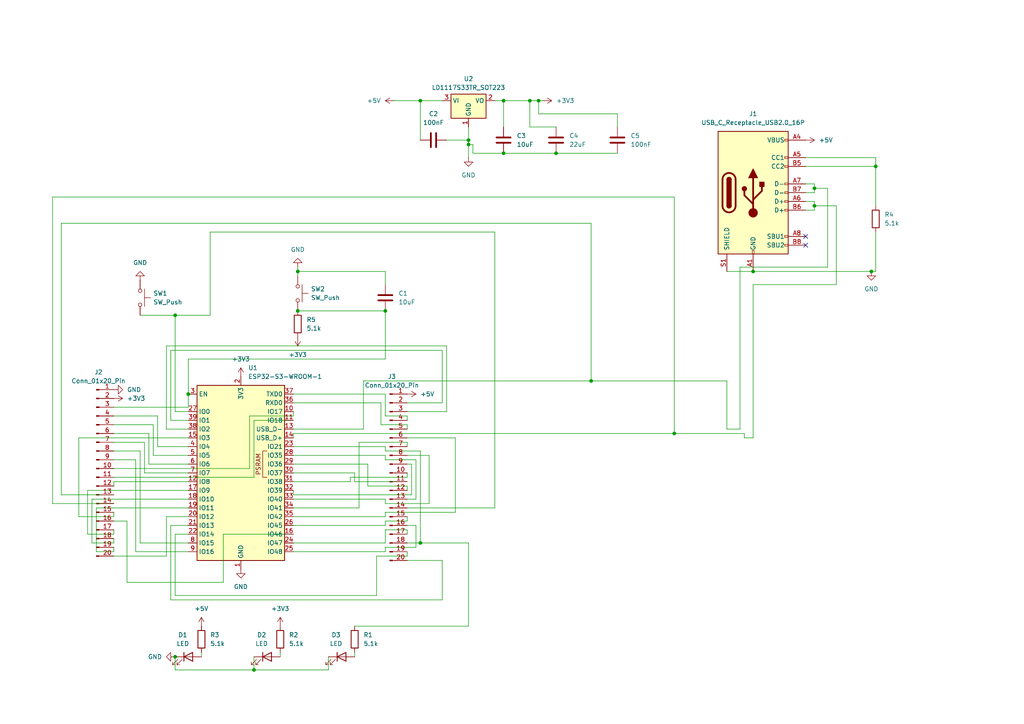
<source format=kicad_sch>
(kicad_sch
	(version 20250114)
	(generator "eeschema")
	(generator_version "9.0")
	(uuid "2a635408-4cbd-4073-8059-e4f1c3bb6aac")
	(paper "A4")
	(lib_symbols
		(symbol "Connector:Conn_01x20_Pin"
			(pin_names
				(offset 1.016)
				(hide yes)
			)
			(exclude_from_sim no)
			(in_bom yes)
			(on_board yes)
			(property "Reference" "J"
				(at 0 25.4 0)
				(effects
					(font
						(size 1.27 1.27)
					)
				)
			)
			(property "Value" "Conn_01x20_Pin"
				(at 0 -27.94 0)
				(effects
					(font
						(size 1.27 1.27)
					)
				)
			)
			(property "Footprint" ""
				(at 0 0 0)
				(effects
					(font
						(size 1.27 1.27)
					)
					(hide yes)
				)
			)
			(property "Datasheet" "~"
				(at 0 0 0)
				(effects
					(font
						(size 1.27 1.27)
					)
					(hide yes)
				)
			)
			(property "Description" "Generic connector, single row, 01x20, script generated"
				(at 0 0 0)
				(effects
					(font
						(size 1.27 1.27)
					)
					(hide yes)
				)
			)
			(property "ki_locked" ""
				(at 0 0 0)
				(effects
					(font
						(size 1.27 1.27)
					)
				)
			)
			(property "ki_keywords" "connector"
				(at 0 0 0)
				(effects
					(font
						(size 1.27 1.27)
					)
					(hide yes)
				)
			)
			(property "ki_fp_filters" "Connector*:*_1x??_*"
				(at 0 0 0)
				(effects
					(font
						(size 1.27 1.27)
					)
					(hide yes)
				)
			)
			(symbol "Conn_01x20_Pin_1_1"
				(rectangle
					(start 0.8636 22.987)
					(end 0 22.733)
					(stroke
						(width 0.1524)
						(type default)
					)
					(fill
						(type outline)
					)
				)
				(rectangle
					(start 0.8636 20.447)
					(end 0 20.193)
					(stroke
						(width 0.1524)
						(type default)
					)
					(fill
						(type outline)
					)
				)
				(rectangle
					(start 0.8636 17.907)
					(end 0 17.653)
					(stroke
						(width 0.1524)
						(type default)
					)
					(fill
						(type outline)
					)
				)
				(rectangle
					(start 0.8636 15.367)
					(end 0 15.113)
					(stroke
						(width 0.1524)
						(type default)
					)
					(fill
						(type outline)
					)
				)
				(rectangle
					(start 0.8636 12.827)
					(end 0 12.573)
					(stroke
						(width 0.1524)
						(type default)
					)
					(fill
						(type outline)
					)
				)
				(rectangle
					(start 0.8636 10.287)
					(end 0 10.033)
					(stroke
						(width 0.1524)
						(type default)
					)
					(fill
						(type outline)
					)
				)
				(rectangle
					(start 0.8636 7.747)
					(end 0 7.493)
					(stroke
						(width 0.1524)
						(type default)
					)
					(fill
						(type outline)
					)
				)
				(rectangle
					(start 0.8636 5.207)
					(end 0 4.953)
					(stroke
						(width 0.1524)
						(type default)
					)
					(fill
						(type outline)
					)
				)
				(rectangle
					(start 0.8636 2.667)
					(end 0 2.413)
					(stroke
						(width 0.1524)
						(type default)
					)
					(fill
						(type outline)
					)
				)
				(rectangle
					(start 0.8636 0.127)
					(end 0 -0.127)
					(stroke
						(width 0.1524)
						(type default)
					)
					(fill
						(type outline)
					)
				)
				(rectangle
					(start 0.8636 -2.413)
					(end 0 -2.667)
					(stroke
						(width 0.1524)
						(type default)
					)
					(fill
						(type outline)
					)
				)
				(rectangle
					(start 0.8636 -4.953)
					(end 0 -5.207)
					(stroke
						(width 0.1524)
						(type default)
					)
					(fill
						(type outline)
					)
				)
				(rectangle
					(start 0.8636 -7.493)
					(end 0 -7.747)
					(stroke
						(width 0.1524)
						(type default)
					)
					(fill
						(type outline)
					)
				)
				(rectangle
					(start 0.8636 -10.033)
					(end 0 -10.287)
					(stroke
						(width 0.1524)
						(type default)
					)
					(fill
						(type outline)
					)
				)
				(rectangle
					(start 0.8636 -12.573)
					(end 0 -12.827)
					(stroke
						(width 0.1524)
						(type default)
					)
					(fill
						(type outline)
					)
				)
				(rectangle
					(start 0.8636 -15.113)
					(end 0 -15.367)
					(stroke
						(width 0.1524)
						(type default)
					)
					(fill
						(type outline)
					)
				)
				(rectangle
					(start 0.8636 -17.653)
					(end 0 -17.907)
					(stroke
						(width 0.1524)
						(type default)
					)
					(fill
						(type outline)
					)
				)
				(rectangle
					(start 0.8636 -20.193)
					(end 0 -20.447)
					(stroke
						(width 0.1524)
						(type default)
					)
					(fill
						(type outline)
					)
				)
				(rectangle
					(start 0.8636 -22.733)
					(end 0 -22.987)
					(stroke
						(width 0.1524)
						(type default)
					)
					(fill
						(type outline)
					)
				)
				(rectangle
					(start 0.8636 -25.273)
					(end 0 -25.527)
					(stroke
						(width 0.1524)
						(type default)
					)
					(fill
						(type outline)
					)
				)
				(polyline
					(pts
						(xy 1.27 22.86) (xy 0.8636 22.86)
					)
					(stroke
						(width 0.1524)
						(type default)
					)
					(fill
						(type none)
					)
				)
				(polyline
					(pts
						(xy 1.27 20.32) (xy 0.8636 20.32)
					)
					(stroke
						(width 0.1524)
						(type default)
					)
					(fill
						(type none)
					)
				)
				(polyline
					(pts
						(xy 1.27 17.78) (xy 0.8636 17.78)
					)
					(stroke
						(width 0.1524)
						(type default)
					)
					(fill
						(type none)
					)
				)
				(polyline
					(pts
						(xy 1.27 15.24) (xy 0.8636 15.24)
					)
					(stroke
						(width 0.1524)
						(type default)
					)
					(fill
						(type none)
					)
				)
				(polyline
					(pts
						(xy 1.27 12.7) (xy 0.8636 12.7)
					)
					(stroke
						(width 0.1524)
						(type default)
					)
					(fill
						(type none)
					)
				)
				(polyline
					(pts
						(xy 1.27 10.16) (xy 0.8636 10.16)
					)
					(stroke
						(width 0.1524)
						(type default)
					)
					(fill
						(type none)
					)
				)
				(polyline
					(pts
						(xy 1.27 7.62) (xy 0.8636 7.62)
					)
					(stroke
						(width 0.1524)
						(type default)
					)
					(fill
						(type none)
					)
				)
				(polyline
					(pts
						(xy 1.27 5.08) (xy 0.8636 5.08)
					)
					(stroke
						(width 0.1524)
						(type default)
					)
					(fill
						(type none)
					)
				)
				(polyline
					(pts
						(xy 1.27 2.54) (xy 0.8636 2.54)
					)
					(stroke
						(width 0.1524)
						(type default)
					)
					(fill
						(type none)
					)
				)
				(polyline
					(pts
						(xy 1.27 0) (xy 0.8636 0)
					)
					(stroke
						(width 0.1524)
						(type default)
					)
					(fill
						(type none)
					)
				)
				(polyline
					(pts
						(xy 1.27 -2.54) (xy 0.8636 -2.54)
					)
					(stroke
						(width 0.1524)
						(type default)
					)
					(fill
						(type none)
					)
				)
				(polyline
					(pts
						(xy 1.27 -5.08) (xy 0.8636 -5.08)
					)
					(stroke
						(width 0.1524)
						(type default)
					)
					(fill
						(type none)
					)
				)
				(polyline
					(pts
						(xy 1.27 -7.62) (xy 0.8636 -7.62)
					)
					(stroke
						(width 0.1524)
						(type default)
					)
					(fill
						(type none)
					)
				)
				(polyline
					(pts
						(xy 1.27 -10.16) (xy 0.8636 -10.16)
					)
					(stroke
						(width 0.1524)
						(type default)
					)
					(fill
						(type none)
					)
				)
				(polyline
					(pts
						(xy 1.27 -12.7) (xy 0.8636 -12.7)
					)
					(stroke
						(width 0.1524)
						(type default)
					)
					(fill
						(type none)
					)
				)
				(polyline
					(pts
						(xy 1.27 -15.24) (xy 0.8636 -15.24)
					)
					(stroke
						(width 0.1524)
						(type default)
					)
					(fill
						(type none)
					)
				)
				(polyline
					(pts
						(xy 1.27 -17.78) (xy 0.8636 -17.78)
					)
					(stroke
						(width 0.1524)
						(type default)
					)
					(fill
						(type none)
					)
				)
				(polyline
					(pts
						(xy 1.27 -20.32) (xy 0.8636 -20.32)
					)
					(stroke
						(width 0.1524)
						(type default)
					)
					(fill
						(type none)
					)
				)
				(polyline
					(pts
						(xy 1.27 -22.86) (xy 0.8636 -22.86)
					)
					(stroke
						(width 0.1524)
						(type default)
					)
					(fill
						(type none)
					)
				)
				(polyline
					(pts
						(xy 1.27 -25.4) (xy 0.8636 -25.4)
					)
					(stroke
						(width 0.1524)
						(type default)
					)
					(fill
						(type none)
					)
				)
				(pin passive line
					(at 5.08 22.86 180)
					(length 3.81)
					(name "Pin_1"
						(effects
							(font
								(size 1.27 1.27)
							)
						)
					)
					(number "1"
						(effects
							(font
								(size 1.27 1.27)
							)
						)
					)
				)
				(pin passive line
					(at 5.08 20.32 180)
					(length 3.81)
					(name "Pin_2"
						(effects
							(font
								(size 1.27 1.27)
							)
						)
					)
					(number "2"
						(effects
							(font
								(size 1.27 1.27)
							)
						)
					)
				)
				(pin passive line
					(at 5.08 17.78 180)
					(length 3.81)
					(name "Pin_3"
						(effects
							(font
								(size 1.27 1.27)
							)
						)
					)
					(number "3"
						(effects
							(font
								(size 1.27 1.27)
							)
						)
					)
				)
				(pin passive line
					(at 5.08 15.24 180)
					(length 3.81)
					(name "Pin_4"
						(effects
							(font
								(size 1.27 1.27)
							)
						)
					)
					(number "4"
						(effects
							(font
								(size 1.27 1.27)
							)
						)
					)
				)
				(pin passive line
					(at 5.08 12.7 180)
					(length 3.81)
					(name "Pin_5"
						(effects
							(font
								(size 1.27 1.27)
							)
						)
					)
					(number "5"
						(effects
							(font
								(size 1.27 1.27)
							)
						)
					)
				)
				(pin passive line
					(at 5.08 10.16 180)
					(length 3.81)
					(name "Pin_6"
						(effects
							(font
								(size 1.27 1.27)
							)
						)
					)
					(number "6"
						(effects
							(font
								(size 1.27 1.27)
							)
						)
					)
				)
				(pin passive line
					(at 5.08 7.62 180)
					(length 3.81)
					(name "Pin_7"
						(effects
							(font
								(size 1.27 1.27)
							)
						)
					)
					(number "7"
						(effects
							(font
								(size 1.27 1.27)
							)
						)
					)
				)
				(pin passive line
					(at 5.08 5.08 180)
					(length 3.81)
					(name "Pin_8"
						(effects
							(font
								(size 1.27 1.27)
							)
						)
					)
					(number "8"
						(effects
							(font
								(size 1.27 1.27)
							)
						)
					)
				)
				(pin passive line
					(at 5.08 2.54 180)
					(length 3.81)
					(name "Pin_9"
						(effects
							(font
								(size 1.27 1.27)
							)
						)
					)
					(number "9"
						(effects
							(font
								(size 1.27 1.27)
							)
						)
					)
				)
				(pin passive line
					(at 5.08 0 180)
					(length 3.81)
					(name "Pin_10"
						(effects
							(font
								(size 1.27 1.27)
							)
						)
					)
					(number "10"
						(effects
							(font
								(size 1.27 1.27)
							)
						)
					)
				)
				(pin passive line
					(at 5.08 -2.54 180)
					(length 3.81)
					(name "Pin_11"
						(effects
							(font
								(size 1.27 1.27)
							)
						)
					)
					(number "11"
						(effects
							(font
								(size 1.27 1.27)
							)
						)
					)
				)
				(pin passive line
					(at 5.08 -5.08 180)
					(length 3.81)
					(name "Pin_12"
						(effects
							(font
								(size 1.27 1.27)
							)
						)
					)
					(number "12"
						(effects
							(font
								(size 1.27 1.27)
							)
						)
					)
				)
				(pin passive line
					(at 5.08 -7.62 180)
					(length 3.81)
					(name "Pin_13"
						(effects
							(font
								(size 1.27 1.27)
							)
						)
					)
					(number "13"
						(effects
							(font
								(size 1.27 1.27)
							)
						)
					)
				)
				(pin passive line
					(at 5.08 -10.16 180)
					(length 3.81)
					(name "Pin_14"
						(effects
							(font
								(size 1.27 1.27)
							)
						)
					)
					(number "14"
						(effects
							(font
								(size 1.27 1.27)
							)
						)
					)
				)
				(pin passive line
					(at 5.08 -12.7 180)
					(length 3.81)
					(name "Pin_15"
						(effects
							(font
								(size 1.27 1.27)
							)
						)
					)
					(number "15"
						(effects
							(font
								(size 1.27 1.27)
							)
						)
					)
				)
				(pin passive line
					(at 5.08 -15.24 180)
					(length 3.81)
					(name "Pin_16"
						(effects
							(font
								(size 1.27 1.27)
							)
						)
					)
					(number "16"
						(effects
							(font
								(size 1.27 1.27)
							)
						)
					)
				)
				(pin passive line
					(at 5.08 -17.78 180)
					(length 3.81)
					(name "Pin_17"
						(effects
							(font
								(size 1.27 1.27)
							)
						)
					)
					(number "17"
						(effects
							(font
								(size 1.27 1.27)
							)
						)
					)
				)
				(pin passive line
					(at 5.08 -20.32 180)
					(length 3.81)
					(name "Pin_18"
						(effects
							(font
								(size 1.27 1.27)
							)
						)
					)
					(number "18"
						(effects
							(font
								(size 1.27 1.27)
							)
						)
					)
				)
				(pin passive line
					(at 5.08 -22.86 180)
					(length 3.81)
					(name "Pin_19"
						(effects
							(font
								(size 1.27 1.27)
							)
						)
					)
					(number "19"
						(effects
							(font
								(size 1.27 1.27)
							)
						)
					)
				)
				(pin passive line
					(at 5.08 -25.4 180)
					(length 3.81)
					(name "Pin_20"
						(effects
							(font
								(size 1.27 1.27)
							)
						)
					)
					(number "20"
						(effects
							(font
								(size 1.27 1.27)
							)
						)
					)
				)
			)
			(embedded_fonts no)
		)
		(symbol "Connector:USB_C_Receptacle_USB2.0_16P"
			(pin_names
				(offset 1.016)
			)
			(exclude_from_sim no)
			(in_bom yes)
			(on_board yes)
			(property "Reference" "J"
				(at 0 22.225 0)
				(effects
					(font
						(size 1.27 1.27)
					)
				)
			)
			(property "Value" "USB_C_Receptacle_USB2.0_16P"
				(at 0 19.685 0)
				(effects
					(font
						(size 1.27 1.27)
					)
				)
			)
			(property "Footprint" ""
				(at 3.81 0 0)
				(effects
					(font
						(size 1.27 1.27)
					)
					(hide yes)
				)
			)
			(property "Datasheet" "https://www.usb.org/sites/default/files/documents/usb_type-c.zip"
				(at 3.81 0 0)
				(effects
					(font
						(size 1.27 1.27)
					)
					(hide yes)
				)
			)
			(property "Description" "USB 2.0-only 16P Type-C Receptacle connector"
				(at 0 0 0)
				(effects
					(font
						(size 1.27 1.27)
					)
					(hide yes)
				)
			)
			(property "ki_keywords" "usb universal serial bus type-C USB2.0"
				(at 0 0 0)
				(effects
					(font
						(size 1.27 1.27)
					)
					(hide yes)
				)
			)
			(property "ki_fp_filters" "USB*C*Receptacle*"
				(at 0 0 0)
				(effects
					(font
						(size 1.27 1.27)
					)
					(hide yes)
				)
			)
			(symbol "USB_C_Receptacle_USB2.0_16P_0_0"
				(rectangle
					(start -0.254 -17.78)
					(end 0.254 -16.764)
					(stroke
						(width 0)
						(type default)
					)
					(fill
						(type none)
					)
				)
				(rectangle
					(start 10.16 15.494)
					(end 9.144 14.986)
					(stroke
						(width 0)
						(type default)
					)
					(fill
						(type none)
					)
				)
				(rectangle
					(start 10.16 10.414)
					(end 9.144 9.906)
					(stroke
						(width 0)
						(type default)
					)
					(fill
						(type none)
					)
				)
				(rectangle
					(start 10.16 7.874)
					(end 9.144 7.366)
					(stroke
						(width 0)
						(type default)
					)
					(fill
						(type none)
					)
				)
				(rectangle
					(start 10.16 2.794)
					(end 9.144 2.286)
					(stroke
						(width 0)
						(type default)
					)
					(fill
						(type none)
					)
				)
				(rectangle
					(start 10.16 0.254)
					(end 9.144 -0.254)
					(stroke
						(width 0)
						(type default)
					)
					(fill
						(type none)
					)
				)
				(rectangle
					(start 10.16 -2.286)
					(end 9.144 -2.794)
					(stroke
						(width 0)
						(type default)
					)
					(fill
						(type none)
					)
				)
				(rectangle
					(start 10.16 -4.826)
					(end 9.144 -5.334)
					(stroke
						(width 0)
						(type default)
					)
					(fill
						(type none)
					)
				)
				(rectangle
					(start 10.16 -12.446)
					(end 9.144 -12.954)
					(stroke
						(width 0)
						(type default)
					)
					(fill
						(type none)
					)
				)
				(rectangle
					(start 10.16 -14.986)
					(end 9.144 -15.494)
					(stroke
						(width 0)
						(type default)
					)
					(fill
						(type none)
					)
				)
			)
			(symbol "USB_C_Receptacle_USB2.0_16P_0_1"
				(rectangle
					(start -10.16 17.78)
					(end 10.16 -17.78)
					(stroke
						(width 0.254)
						(type default)
					)
					(fill
						(type background)
					)
				)
				(polyline
					(pts
						(xy -8.89 -3.81) (xy -8.89 3.81)
					)
					(stroke
						(width 0.508)
						(type default)
					)
					(fill
						(type none)
					)
				)
				(rectangle
					(start -7.62 -3.81)
					(end -6.35 3.81)
					(stroke
						(width 0.254)
						(type default)
					)
					(fill
						(type outline)
					)
				)
				(arc
					(start -7.62 3.81)
					(mid -6.985 4.4423)
					(end -6.35 3.81)
					(stroke
						(width 0.254)
						(type default)
					)
					(fill
						(type none)
					)
				)
				(arc
					(start -7.62 3.81)
					(mid -6.985 4.4423)
					(end -6.35 3.81)
					(stroke
						(width 0.254)
						(type default)
					)
					(fill
						(type outline)
					)
				)
				(arc
					(start -8.89 3.81)
					(mid -6.985 5.7067)
					(end -5.08 3.81)
					(stroke
						(width 0.508)
						(type default)
					)
					(fill
						(type none)
					)
				)
				(arc
					(start -5.08 -3.81)
					(mid -6.985 -5.7067)
					(end -8.89 -3.81)
					(stroke
						(width 0.508)
						(type default)
					)
					(fill
						(type none)
					)
				)
				(arc
					(start -6.35 -3.81)
					(mid -6.985 -4.4423)
					(end -7.62 -3.81)
					(stroke
						(width 0.254)
						(type default)
					)
					(fill
						(type none)
					)
				)
				(arc
					(start -6.35 -3.81)
					(mid -6.985 -4.4423)
					(end -7.62 -3.81)
					(stroke
						(width 0.254)
						(type default)
					)
					(fill
						(type outline)
					)
				)
				(polyline
					(pts
						(xy -5.08 3.81) (xy -5.08 -3.81)
					)
					(stroke
						(width 0.508)
						(type default)
					)
					(fill
						(type none)
					)
				)
				(circle
					(center -2.54 1.143)
					(radius 0.635)
					(stroke
						(width 0.254)
						(type default)
					)
					(fill
						(type outline)
					)
				)
				(polyline
					(pts
						(xy -1.27 4.318) (xy 0 6.858) (xy 1.27 4.318) (xy -1.27 4.318)
					)
					(stroke
						(width 0.254)
						(type default)
					)
					(fill
						(type outline)
					)
				)
				(polyline
					(pts
						(xy 0 -2.032) (xy 2.54 0.508) (xy 2.54 1.778)
					)
					(stroke
						(width 0.508)
						(type default)
					)
					(fill
						(type none)
					)
				)
				(polyline
					(pts
						(xy 0 -3.302) (xy -2.54 -0.762) (xy -2.54 0.508)
					)
					(stroke
						(width 0.508)
						(type default)
					)
					(fill
						(type none)
					)
				)
				(polyline
					(pts
						(xy 0 -5.842) (xy 0 4.318)
					)
					(stroke
						(width 0.508)
						(type default)
					)
					(fill
						(type none)
					)
				)
				(circle
					(center 0 -5.842)
					(radius 1.27)
					(stroke
						(width 0)
						(type default)
					)
					(fill
						(type outline)
					)
				)
				(rectangle
					(start 1.905 1.778)
					(end 3.175 3.048)
					(stroke
						(width 0.254)
						(type default)
					)
					(fill
						(type outline)
					)
				)
			)
			(symbol "USB_C_Receptacle_USB2.0_16P_1_1"
				(pin passive line
					(at -7.62 -22.86 90)
					(length 5.08)
					(name "SHIELD"
						(effects
							(font
								(size 1.27 1.27)
							)
						)
					)
					(number "S1"
						(effects
							(font
								(size 1.27 1.27)
							)
						)
					)
				)
				(pin passive line
					(at 0 -22.86 90)
					(length 5.08)
					(name "GND"
						(effects
							(font
								(size 1.27 1.27)
							)
						)
					)
					(number "A1"
						(effects
							(font
								(size 1.27 1.27)
							)
						)
					)
				)
				(pin passive line
					(at 0 -22.86 90)
					(length 5.08)
					(hide yes)
					(name "GND"
						(effects
							(font
								(size 1.27 1.27)
							)
						)
					)
					(number "A12"
						(effects
							(font
								(size 1.27 1.27)
							)
						)
					)
				)
				(pin passive line
					(at 0 -22.86 90)
					(length 5.08)
					(hide yes)
					(name "GND"
						(effects
							(font
								(size 1.27 1.27)
							)
						)
					)
					(number "B1"
						(effects
							(font
								(size 1.27 1.27)
							)
						)
					)
				)
				(pin passive line
					(at 0 -22.86 90)
					(length 5.08)
					(hide yes)
					(name "GND"
						(effects
							(font
								(size 1.27 1.27)
							)
						)
					)
					(number "B12"
						(effects
							(font
								(size 1.27 1.27)
							)
						)
					)
				)
				(pin passive line
					(at 15.24 15.24 180)
					(length 5.08)
					(name "VBUS"
						(effects
							(font
								(size 1.27 1.27)
							)
						)
					)
					(number "A4"
						(effects
							(font
								(size 1.27 1.27)
							)
						)
					)
				)
				(pin passive line
					(at 15.24 15.24 180)
					(length 5.08)
					(hide yes)
					(name "VBUS"
						(effects
							(font
								(size 1.27 1.27)
							)
						)
					)
					(number "A9"
						(effects
							(font
								(size 1.27 1.27)
							)
						)
					)
				)
				(pin passive line
					(at 15.24 15.24 180)
					(length 5.08)
					(hide yes)
					(name "VBUS"
						(effects
							(font
								(size 1.27 1.27)
							)
						)
					)
					(number "B4"
						(effects
							(font
								(size 1.27 1.27)
							)
						)
					)
				)
				(pin passive line
					(at 15.24 15.24 180)
					(length 5.08)
					(hide yes)
					(name "VBUS"
						(effects
							(font
								(size 1.27 1.27)
							)
						)
					)
					(number "B9"
						(effects
							(font
								(size 1.27 1.27)
							)
						)
					)
				)
				(pin bidirectional line
					(at 15.24 10.16 180)
					(length 5.08)
					(name "CC1"
						(effects
							(font
								(size 1.27 1.27)
							)
						)
					)
					(number "A5"
						(effects
							(font
								(size 1.27 1.27)
							)
						)
					)
				)
				(pin bidirectional line
					(at 15.24 7.62 180)
					(length 5.08)
					(name "CC2"
						(effects
							(font
								(size 1.27 1.27)
							)
						)
					)
					(number "B5"
						(effects
							(font
								(size 1.27 1.27)
							)
						)
					)
				)
				(pin bidirectional line
					(at 15.24 2.54 180)
					(length 5.08)
					(name "D-"
						(effects
							(font
								(size 1.27 1.27)
							)
						)
					)
					(number "A7"
						(effects
							(font
								(size 1.27 1.27)
							)
						)
					)
				)
				(pin bidirectional line
					(at 15.24 0 180)
					(length 5.08)
					(name "D-"
						(effects
							(font
								(size 1.27 1.27)
							)
						)
					)
					(number "B7"
						(effects
							(font
								(size 1.27 1.27)
							)
						)
					)
				)
				(pin bidirectional line
					(at 15.24 -2.54 180)
					(length 5.08)
					(name "D+"
						(effects
							(font
								(size 1.27 1.27)
							)
						)
					)
					(number "A6"
						(effects
							(font
								(size 1.27 1.27)
							)
						)
					)
				)
				(pin bidirectional line
					(at 15.24 -5.08 180)
					(length 5.08)
					(name "D+"
						(effects
							(font
								(size 1.27 1.27)
							)
						)
					)
					(number "B6"
						(effects
							(font
								(size 1.27 1.27)
							)
						)
					)
				)
				(pin bidirectional line
					(at 15.24 -12.7 180)
					(length 5.08)
					(name "SBU1"
						(effects
							(font
								(size 1.27 1.27)
							)
						)
					)
					(number "A8"
						(effects
							(font
								(size 1.27 1.27)
							)
						)
					)
				)
				(pin bidirectional line
					(at 15.24 -15.24 180)
					(length 5.08)
					(name "SBU2"
						(effects
							(font
								(size 1.27 1.27)
							)
						)
					)
					(number "B8"
						(effects
							(font
								(size 1.27 1.27)
							)
						)
					)
				)
			)
			(embedded_fonts no)
		)
		(symbol "Device:C"
			(pin_numbers
				(hide yes)
			)
			(pin_names
				(offset 0.254)
			)
			(exclude_from_sim no)
			(in_bom yes)
			(on_board yes)
			(property "Reference" "C"
				(at 0.635 2.54 0)
				(effects
					(font
						(size 1.27 1.27)
					)
					(justify left)
				)
			)
			(property "Value" "C"
				(at 0.635 -2.54 0)
				(effects
					(font
						(size 1.27 1.27)
					)
					(justify left)
				)
			)
			(property "Footprint" ""
				(at 0.9652 -3.81 0)
				(effects
					(font
						(size 1.27 1.27)
					)
					(hide yes)
				)
			)
			(property "Datasheet" "~"
				(at 0 0 0)
				(effects
					(font
						(size 1.27 1.27)
					)
					(hide yes)
				)
			)
			(property "Description" "Unpolarized capacitor"
				(at 0 0 0)
				(effects
					(font
						(size 1.27 1.27)
					)
					(hide yes)
				)
			)
			(property "ki_keywords" "cap capacitor"
				(at 0 0 0)
				(effects
					(font
						(size 1.27 1.27)
					)
					(hide yes)
				)
			)
			(property "ki_fp_filters" "C_*"
				(at 0 0 0)
				(effects
					(font
						(size 1.27 1.27)
					)
					(hide yes)
				)
			)
			(symbol "C_0_1"
				(polyline
					(pts
						(xy -2.032 0.762) (xy 2.032 0.762)
					)
					(stroke
						(width 0.508)
						(type default)
					)
					(fill
						(type none)
					)
				)
				(polyline
					(pts
						(xy -2.032 -0.762) (xy 2.032 -0.762)
					)
					(stroke
						(width 0.508)
						(type default)
					)
					(fill
						(type none)
					)
				)
			)
			(symbol "C_1_1"
				(pin passive line
					(at 0 3.81 270)
					(length 2.794)
					(name "~"
						(effects
							(font
								(size 1.27 1.27)
							)
						)
					)
					(number "1"
						(effects
							(font
								(size 1.27 1.27)
							)
						)
					)
				)
				(pin passive line
					(at 0 -3.81 90)
					(length 2.794)
					(name "~"
						(effects
							(font
								(size 1.27 1.27)
							)
						)
					)
					(number "2"
						(effects
							(font
								(size 1.27 1.27)
							)
						)
					)
				)
			)
			(embedded_fonts no)
		)
		(symbol "Device:LED"
			(pin_numbers
				(hide yes)
			)
			(pin_names
				(offset 1.016)
				(hide yes)
			)
			(exclude_from_sim no)
			(in_bom yes)
			(on_board yes)
			(property "Reference" "D"
				(at 0 2.54 0)
				(effects
					(font
						(size 1.27 1.27)
					)
				)
			)
			(property "Value" "LED"
				(at 0 -2.54 0)
				(effects
					(font
						(size 1.27 1.27)
					)
				)
			)
			(property "Footprint" ""
				(at 0 0 0)
				(effects
					(font
						(size 1.27 1.27)
					)
					(hide yes)
				)
			)
			(property "Datasheet" "~"
				(at 0 0 0)
				(effects
					(font
						(size 1.27 1.27)
					)
					(hide yes)
				)
			)
			(property "Description" "Light emitting diode"
				(at 0 0 0)
				(effects
					(font
						(size 1.27 1.27)
					)
					(hide yes)
				)
			)
			(property "Sim.Pins" "1=K 2=A"
				(at 0 0 0)
				(effects
					(font
						(size 1.27 1.27)
					)
					(hide yes)
				)
			)
			(property "ki_keywords" "LED diode"
				(at 0 0 0)
				(effects
					(font
						(size 1.27 1.27)
					)
					(hide yes)
				)
			)
			(property "ki_fp_filters" "LED* LED_SMD:* LED_THT:*"
				(at 0 0 0)
				(effects
					(font
						(size 1.27 1.27)
					)
					(hide yes)
				)
			)
			(symbol "LED_0_1"
				(polyline
					(pts
						(xy -3.048 -0.762) (xy -4.572 -2.286) (xy -3.81 -2.286) (xy -4.572 -2.286) (xy -4.572 -1.524)
					)
					(stroke
						(width 0)
						(type default)
					)
					(fill
						(type none)
					)
				)
				(polyline
					(pts
						(xy -1.778 -0.762) (xy -3.302 -2.286) (xy -2.54 -2.286) (xy -3.302 -2.286) (xy -3.302 -1.524)
					)
					(stroke
						(width 0)
						(type default)
					)
					(fill
						(type none)
					)
				)
				(polyline
					(pts
						(xy -1.27 0) (xy 1.27 0)
					)
					(stroke
						(width 0)
						(type default)
					)
					(fill
						(type none)
					)
				)
				(polyline
					(pts
						(xy -1.27 -1.27) (xy -1.27 1.27)
					)
					(stroke
						(width 0.254)
						(type default)
					)
					(fill
						(type none)
					)
				)
				(polyline
					(pts
						(xy 1.27 -1.27) (xy 1.27 1.27) (xy -1.27 0) (xy 1.27 -1.27)
					)
					(stroke
						(width 0.254)
						(type default)
					)
					(fill
						(type none)
					)
				)
			)
			(symbol "LED_1_1"
				(pin passive line
					(at -3.81 0 0)
					(length 2.54)
					(name "K"
						(effects
							(font
								(size 1.27 1.27)
							)
						)
					)
					(number "1"
						(effects
							(font
								(size 1.27 1.27)
							)
						)
					)
				)
				(pin passive line
					(at 3.81 0 180)
					(length 2.54)
					(name "A"
						(effects
							(font
								(size 1.27 1.27)
							)
						)
					)
					(number "2"
						(effects
							(font
								(size 1.27 1.27)
							)
						)
					)
				)
			)
			(embedded_fonts no)
		)
		(symbol "Device:R"
			(pin_numbers
				(hide yes)
			)
			(pin_names
				(offset 0)
			)
			(exclude_from_sim no)
			(in_bom yes)
			(on_board yes)
			(property "Reference" "R"
				(at 2.032 0 90)
				(effects
					(font
						(size 1.27 1.27)
					)
				)
			)
			(property "Value" "R"
				(at 0 0 90)
				(effects
					(font
						(size 1.27 1.27)
					)
				)
			)
			(property "Footprint" ""
				(at -1.778 0 90)
				(effects
					(font
						(size 1.27 1.27)
					)
					(hide yes)
				)
			)
			(property "Datasheet" "~"
				(at 0 0 0)
				(effects
					(font
						(size 1.27 1.27)
					)
					(hide yes)
				)
			)
			(property "Description" "Resistor"
				(at 0 0 0)
				(effects
					(font
						(size 1.27 1.27)
					)
					(hide yes)
				)
			)
			(property "ki_keywords" "R res resistor"
				(at 0 0 0)
				(effects
					(font
						(size 1.27 1.27)
					)
					(hide yes)
				)
			)
			(property "ki_fp_filters" "R_*"
				(at 0 0 0)
				(effects
					(font
						(size 1.27 1.27)
					)
					(hide yes)
				)
			)
			(symbol "R_0_1"
				(rectangle
					(start -1.016 -2.54)
					(end 1.016 2.54)
					(stroke
						(width 0.254)
						(type default)
					)
					(fill
						(type none)
					)
				)
			)
			(symbol "R_1_1"
				(pin passive line
					(at 0 3.81 270)
					(length 1.27)
					(name "~"
						(effects
							(font
								(size 1.27 1.27)
							)
						)
					)
					(number "1"
						(effects
							(font
								(size 1.27 1.27)
							)
						)
					)
				)
				(pin passive line
					(at 0 -3.81 90)
					(length 1.27)
					(name "~"
						(effects
							(font
								(size 1.27 1.27)
							)
						)
					)
					(number "2"
						(effects
							(font
								(size 1.27 1.27)
							)
						)
					)
				)
			)
			(embedded_fonts no)
		)
		(symbol "RF_Module:ESP32-S3-WROOM-1"
			(exclude_from_sim no)
			(in_bom yes)
			(on_board yes)
			(property "Reference" "U"
				(at -12.7 26.67 0)
				(effects
					(font
						(size 1.27 1.27)
					)
				)
			)
			(property "Value" "ESP32-S3-WROOM-1"
				(at 12.7 26.67 0)
				(effects
					(font
						(size 1.27 1.27)
					)
				)
			)
			(property "Footprint" "RF_Module:ESP32-S3-WROOM-1"
				(at 0 2.54 0)
				(effects
					(font
						(size 1.27 1.27)
					)
					(hide yes)
				)
			)
			(property "Datasheet" "https://www.espressif.com/sites/default/files/documentation/esp32-s3-wroom-1_wroom-1u_datasheet_en.pdf"
				(at 0 0 0)
				(effects
					(font
						(size 1.27 1.27)
					)
					(hide yes)
				)
			)
			(property "Description" "RF Module, ESP32-S3 SoC, Wi-Fi 802.11b/g/n, Bluetooth, BLE, 32-bit, 3.3V, onboard antenna, SMD"
				(at 0 0 0)
				(effects
					(font
						(size 1.27 1.27)
					)
					(hide yes)
				)
			)
			(property "ki_keywords" "RF Radio BT ESP ESP32-S3 Espressif onboard PCB antenna"
				(at 0 0 0)
				(effects
					(font
						(size 1.27 1.27)
					)
					(hide yes)
				)
			)
			(property "ki_fp_filters" "ESP32?S3?WROOM?1*"
				(at 0 0 0)
				(effects
					(font
						(size 1.27 1.27)
					)
					(hide yes)
				)
			)
			(symbol "ESP32-S3-WROOM-1_0_0"
				(rectangle
					(start -12.7 25.4)
					(end 12.7 -25.4)
					(stroke
						(width 0.254)
						(type default)
					)
					(fill
						(type background)
					)
				)
				(text "PSRAM"
					(at 5.08 2.54 900)
					(effects
						(font
							(size 1.27 1.27)
						)
					)
				)
			)
			(symbol "ESP32-S3-WROOM-1_0_1"
				(polyline
					(pts
						(xy 7.62 -1.27) (xy 6.35 -1.27) (xy 6.35 6.35) (xy 7.62 6.35)
					)
					(stroke
						(width 0)
						(type default)
					)
					(fill
						(type none)
					)
				)
			)
			(symbol "ESP32-S3-WROOM-1_1_1"
				(pin input line
					(at -15.24 22.86 0)
					(length 2.54)
					(name "EN"
						(effects
							(font
								(size 1.27 1.27)
							)
						)
					)
					(number "3"
						(effects
							(font
								(size 1.27 1.27)
							)
						)
					)
				)
				(pin bidirectional line
					(at -15.24 17.78 0)
					(length 2.54)
					(name "IO0"
						(effects
							(font
								(size 1.27 1.27)
							)
						)
					)
					(number "27"
						(effects
							(font
								(size 1.27 1.27)
							)
						)
					)
				)
				(pin bidirectional line
					(at -15.24 15.24 0)
					(length 2.54)
					(name "IO1"
						(effects
							(font
								(size 1.27 1.27)
							)
						)
					)
					(number "39"
						(effects
							(font
								(size 1.27 1.27)
							)
						)
					)
				)
				(pin bidirectional line
					(at -15.24 12.7 0)
					(length 2.54)
					(name "IO2"
						(effects
							(font
								(size 1.27 1.27)
							)
						)
					)
					(number "38"
						(effects
							(font
								(size 1.27 1.27)
							)
						)
					)
				)
				(pin bidirectional line
					(at -15.24 10.16 0)
					(length 2.54)
					(name "IO3"
						(effects
							(font
								(size 1.27 1.27)
							)
						)
					)
					(number "15"
						(effects
							(font
								(size 1.27 1.27)
							)
						)
					)
				)
				(pin bidirectional line
					(at -15.24 7.62 0)
					(length 2.54)
					(name "IO4"
						(effects
							(font
								(size 1.27 1.27)
							)
						)
					)
					(number "4"
						(effects
							(font
								(size 1.27 1.27)
							)
						)
					)
				)
				(pin bidirectional line
					(at -15.24 5.08 0)
					(length 2.54)
					(name "IO5"
						(effects
							(font
								(size 1.27 1.27)
							)
						)
					)
					(number "5"
						(effects
							(font
								(size 1.27 1.27)
							)
						)
					)
				)
				(pin bidirectional line
					(at -15.24 2.54 0)
					(length 2.54)
					(name "IO6"
						(effects
							(font
								(size 1.27 1.27)
							)
						)
					)
					(number "6"
						(effects
							(font
								(size 1.27 1.27)
							)
						)
					)
				)
				(pin bidirectional line
					(at -15.24 0 0)
					(length 2.54)
					(name "IO7"
						(effects
							(font
								(size 1.27 1.27)
							)
						)
					)
					(number "7"
						(effects
							(font
								(size 1.27 1.27)
							)
						)
					)
				)
				(pin bidirectional line
					(at -15.24 -2.54 0)
					(length 2.54)
					(name "IO8"
						(effects
							(font
								(size 1.27 1.27)
							)
						)
					)
					(number "12"
						(effects
							(font
								(size 1.27 1.27)
							)
						)
					)
				)
				(pin bidirectional line
					(at -15.24 -5.08 0)
					(length 2.54)
					(name "IO9"
						(effects
							(font
								(size 1.27 1.27)
							)
						)
					)
					(number "17"
						(effects
							(font
								(size 1.27 1.27)
							)
						)
					)
				)
				(pin bidirectional line
					(at -15.24 -7.62 0)
					(length 2.54)
					(name "IO10"
						(effects
							(font
								(size 1.27 1.27)
							)
						)
					)
					(number "18"
						(effects
							(font
								(size 1.27 1.27)
							)
						)
					)
				)
				(pin bidirectional line
					(at -15.24 -10.16 0)
					(length 2.54)
					(name "IO11"
						(effects
							(font
								(size 1.27 1.27)
							)
						)
					)
					(number "19"
						(effects
							(font
								(size 1.27 1.27)
							)
						)
					)
				)
				(pin bidirectional line
					(at -15.24 -12.7 0)
					(length 2.54)
					(name "IO12"
						(effects
							(font
								(size 1.27 1.27)
							)
						)
					)
					(number "20"
						(effects
							(font
								(size 1.27 1.27)
							)
						)
					)
				)
				(pin bidirectional line
					(at -15.24 -15.24 0)
					(length 2.54)
					(name "IO13"
						(effects
							(font
								(size 1.27 1.27)
							)
						)
					)
					(number "21"
						(effects
							(font
								(size 1.27 1.27)
							)
						)
					)
				)
				(pin bidirectional line
					(at -15.24 -17.78 0)
					(length 2.54)
					(name "IO14"
						(effects
							(font
								(size 1.27 1.27)
							)
						)
					)
					(number "22"
						(effects
							(font
								(size 1.27 1.27)
							)
						)
					)
				)
				(pin bidirectional line
					(at -15.24 -20.32 0)
					(length 2.54)
					(name "IO15"
						(effects
							(font
								(size 1.27 1.27)
							)
						)
					)
					(number "8"
						(effects
							(font
								(size 1.27 1.27)
							)
						)
					)
				)
				(pin bidirectional line
					(at -15.24 -22.86 0)
					(length 2.54)
					(name "IO16"
						(effects
							(font
								(size 1.27 1.27)
							)
						)
					)
					(number "9"
						(effects
							(font
								(size 1.27 1.27)
							)
						)
					)
				)
				(pin power_in line
					(at 0 27.94 270)
					(length 2.54)
					(name "3V3"
						(effects
							(font
								(size 1.27 1.27)
							)
						)
					)
					(number "2"
						(effects
							(font
								(size 1.27 1.27)
							)
						)
					)
				)
				(pin power_in line
					(at 0 -27.94 90)
					(length 2.54)
					(name "GND"
						(effects
							(font
								(size 1.27 1.27)
							)
						)
					)
					(number "1"
						(effects
							(font
								(size 1.27 1.27)
							)
						)
					)
				)
				(pin passive line
					(at 0 -27.94 90)
					(length 2.54)
					(hide yes)
					(name "GND"
						(effects
							(font
								(size 1.27 1.27)
							)
						)
					)
					(number "40"
						(effects
							(font
								(size 1.27 1.27)
							)
						)
					)
				)
				(pin passive line
					(at 0 -27.94 90)
					(length 2.54)
					(hide yes)
					(name "GND"
						(effects
							(font
								(size 1.27 1.27)
							)
						)
					)
					(number "41"
						(effects
							(font
								(size 1.27 1.27)
							)
						)
					)
				)
				(pin bidirectional line
					(at 15.24 22.86 180)
					(length 2.54)
					(name "TXD0"
						(effects
							(font
								(size 1.27 1.27)
							)
						)
					)
					(number "37"
						(effects
							(font
								(size 1.27 1.27)
							)
						)
					)
				)
				(pin bidirectional line
					(at 15.24 20.32 180)
					(length 2.54)
					(name "RXD0"
						(effects
							(font
								(size 1.27 1.27)
							)
						)
					)
					(number "36"
						(effects
							(font
								(size 1.27 1.27)
							)
						)
					)
				)
				(pin bidirectional line
					(at 15.24 17.78 180)
					(length 2.54)
					(name "IO17"
						(effects
							(font
								(size 1.27 1.27)
							)
						)
					)
					(number "10"
						(effects
							(font
								(size 1.27 1.27)
							)
						)
					)
				)
				(pin bidirectional line
					(at 15.24 15.24 180)
					(length 2.54)
					(name "IO18"
						(effects
							(font
								(size 1.27 1.27)
							)
						)
					)
					(number "11"
						(effects
							(font
								(size 1.27 1.27)
							)
						)
					)
				)
				(pin bidirectional line
					(at 15.24 12.7 180)
					(length 2.54)
					(name "USB_D-"
						(effects
							(font
								(size 1.27 1.27)
							)
						)
					)
					(number "13"
						(effects
							(font
								(size 1.27 1.27)
							)
						)
					)
					(alternate "IO19" bidirectional line)
				)
				(pin bidirectional line
					(at 15.24 10.16 180)
					(length 2.54)
					(name "USB_D+"
						(effects
							(font
								(size 1.27 1.27)
							)
						)
					)
					(number "14"
						(effects
							(font
								(size 1.27 1.27)
							)
						)
					)
					(alternate "IO20" bidirectional line)
				)
				(pin bidirectional line
					(at 15.24 7.62 180)
					(length 2.54)
					(name "IO21"
						(effects
							(font
								(size 1.27 1.27)
							)
						)
					)
					(number "23"
						(effects
							(font
								(size 1.27 1.27)
							)
						)
					)
				)
				(pin bidirectional line
					(at 15.24 5.08 180)
					(length 2.54)
					(name "IO35"
						(effects
							(font
								(size 1.27 1.27)
							)
						)
					)
					(number "28"
						(effects
							(font
								(size 1.27 1.27)
							)
						)
					)
				)
				(pin bidirectional line
					(at 15.24 2.54 180)
					(length 2.54)
					(name "IO36"
						(effects
							(font
								(size 1.27 1.27)
							)
						)
					)
					(number "29"
						(effects
							(font
								(size 1.27 1.27)
							)
						)
					)
				)
				(pin bidirectional line
					(at 15.24 0 180)
					(length 2.54)
					(name "IO37"
						(effects
							(font
								(size 1.27 1.27)
							)
						)
					)
					(number "30"
						(effects
							(font
								(size 1.27 1.27)
							)
						)
					)
				)
				(pin bidirectional line
					(at 15.24 -2.54 180)
					(length 2.54)
					(name "IO38"
						(effects
							(font
								(size 1.27 1.27)
							)
						)
					)
					(number "31"
						(effects
							(font
								(size 1.27 1.27)
							)
						)
					)
				)
				(pin bidirectional line
					(at 15.24 -5.08 180)
					(length 2.54)
					(name "IO39"
						(effects
							(font
								(size 1.27 1.27)
							)
						)
					)
					(number "32"
						(effects
							(font
								(size 1.27 1.27)
							)
						)
					)
				)
				(pin bidirectional line
					(at 15.24 -7.62 180)
					(length 2.54)
					(name "IO40"
						(effects
							(font
								(size 1.27 1.27)
							)
						)
					)
					(number "33"
						(effects
							(font
								(size 1.27 1.27)
							)
						)
					)
				)
				(pin bidirectional line
					(at 15.24 -10.16 180)
					(length 2.54)
					(name "IO41"
						(effects
							(font
								(size 1.27 1.27)
							)
						)
					)
					(number "34"
						(effects
							(font
								(size 1.27 1.27)
							)
						)
					)
				)
				(pin bidirectional line
					(at 15.24 -12.7 180)
					(length 2.54)
					(name "IO42"
						(effects
							(font
								(size 1.27 1.27)
							)
						)
					)
					(number "35"
						(effects
							(font
								(size 1.27 1.27)
							)
						)
					)
				)
				(pin bidirectional line
					(at 15.24 -15.24 180)
					(length 2.54)
					(name "IO45"
						(effects
							(font
								(size 1.27 1.27)
							)
						)
					)
					(number "26"
						(effects
							(font
								(size 1.27 1.27)
							)
						)
					)
				)
				(pin bidirectional line
					(at 15.24 -17.78 180)
					(length 2.54)
					(name "IO46"
						(effects
							(font
								(size 1.27 1.27)
							)
						)
					)
					(number "16"
						(effects
							(font
								(size 1.27 1.27)
							)
						)
					)
				)
				(pin bidirectional line
					(at 15.24 -20.32 180)
					(length 2.54)
					(name "IO47"
						(effects
							(font
								(size 1.27 1.27)
							)
						)
					)
					(number "24"
						(effects
							(font
								(size 1.27 1.27)
							)
						)
					)
				)
				(pin bidirectional line
					(at 15.24 -22.86 180)
					(length 2.54)
					(name "IO48"
						(effects
							(font
								(size 1.27 1.27)
							)
						)
					)
					(number "25"
						(effects
							(font
								(size 1.27 1.27)
							)
						)
					)
				)
			)
			(embedded_fonts no)
		)
		(symbol "Regulator_Linear:LD1117S33TR_SOT223"
			(exclude_from_sim no)
			(in_bom yes)
			(on_board yes)
			(property "Reference" "U"
				(at -3.81 3.175 0)
				(effects
					(font
						(size 1.27 1.27)
					)
				)
			)
			(property "Value" "LD1117S33TR_SOT223"
				(at 0 3.175 0)
				(effects
					(font
						(size 1.27 1.27)
					)
					(justify left)
				)
			)
			(property "Footprint" "Package_TO_SOT_SMD:SOT-223-3_TabPin2"
				(at 0 5.08 0)
				(effects
					(font
						(size 1.27 1.27)
					)
					(hide yes)
				)
			)
			(property "Datasheet" "http://www.st.com/st-web-ui/static/active/en/resource/technical/document/datasheet/CD00000544.pdf"
				(at 2.54 -6.35 0)
				(effects
					(font
						(size 1.27 1.27)
					)
					(hide yes)
				)
			)
			(property "Description" "800mA Fixed Low Drop Positive Voltage Regulator, Fixed Output 3.3V, SOT-223"
				(at 0 0 0)
				(effects
					(font
						(size 1.27 1.27)
					)
					(hide yes)
				)
			)
			(property "ki_keywords" "REGULATOR LDO 3.3V"
				(at 0 0 0)
				(effects
					(font
						(size 1.27 1.27)
					)
					(hide yes)
				)
			)
			(property "ki_fp_filters" "SOT?223*TabPin2*"
				(at 0 0 0)
				(effects
					(font
						(size 1.27 1.27)
					)
					(hide yes)
				)
			)
			(symbol "LD1117S33TR_SOT223_0_1"
				(rectangle
					(start -5.08 -5.08)
					(end 5.08 1.905)
					(stroke
						(width 0.254)
						(type default)
					)
					(fill
						(type background)
					)
				)
			)
			(symbol "LD1117S33TR_SOT223_1_1"
				(pin power_in line
					(at -7.62 0 0)
					(length 2.54)
					(name "VI"
						(effects
							(font
								(size 1.27 1.27)
							)
						)
					)
					(number "3"
						(effects
							(font
								(size 1.27 1.27)
							)
						)
					)
				)
				(pin power_in line
					(at 0 -7.62 90)
					(length 2.54)
					(name "GND"
						(effects
							(font
								(size 1.27 1.27)
							)
						)
					)
					(number "1"
						(effects
							(font
								(size 1.27 1.27)
							)
						)
					)
				)
				(pin power_out line
					(at 7.62 0 180)
					(length 2.54)
					(name "VO"
						(effects
							(font
								(size 1.27 1.27)
							)
						)
					)
					(number "2"
						(effects
							(font
								(size 1.27 1.27)
							)
						)
					)
				)
			)
			(embedded_fonts no)
		)
		(symbol "Switch:SW_Push"
			(pin_numbers
				(hide yes)
			)
			(pin_names
				(offset 1.016)
				(hide yes)
			)
			(exclude_from_sim no)
			(in_bom yes)
			(on_board yes)
			(property "Reference" "SW"
				(at 1.27 2.54 0)
				(effects
					(font
						(size 1.27 1.27)
					)
					(justify left)
				)
			)
			(property "Value" "SW_Push"
				(at 0 -1.524 0)
				(effects
					(font
						(size 1.27 1.27)
					)
				)
			)
			(property "Footprint" ""
				(at 0 5.08 0)
				(effects
					(font
						(size 1.27 1.27)
					)
					(hide yes)
				)
			)
			(property "Datasheet" "~"
				(at 0 5.08 0)
				(effects
					(font
						(size 1.27 1.27)
					)
					(hide yes)
				)
			)
			(property "Description" "Push button switch, generic, two pins"
				(at 0 0 0)
				(effects
					(font
						(size 1.27 1.27)
					)
					(hide yes)
				)
			)
			(property "ki_keywords" "switch normally-open pushbutton push-button"
				(at 0 0 0)
				(effects
					(font
						(size 1.27 1.27)
					)
					(hide yes)
				)
			)
			(symbol "SW_Push_0_1"
				(circle
					(center -2.032 0)
					(radius 0.508)
					(stroke
						(width 0)
						(type default)
					)
					(fill
						(type none)
					)
				)
				(polyline
					(pts
						(xy 0 1.27) (xy 0 3.048)
					)
					(stroke
						(width 0)
						(type default)
					)
					(fill
						(type none)
					)
				)
				(circle
					(center 2.032 0)
					(radius 0.508)
					(stroke
						(width 0)
						(type default)
					)
					(fill
						(type none)
					)
				)
				(polyline
					(pts
						(xy 2.54 1.27) (xy -2.54 1.27)
					)
					(stroke
						(width 0)
						(type default)
					)
					(fill
						(type none)
					)
				)
				(pin passive line
					(at -5.08 0 0)
					(length 2.54)
					(name "1"
						(effects
							(font
								(size 1.27 1.27)
							)
						)
					)
					(number "1"
						(effects
							(font
								(size 1.27 1.27)
							)
						)
					)
				)
				(pin passive line
					(at 5.08 0 180)
					(length 2.54)
					(name "2"
						(effects
							(font
								(size 1.27 1.27)
							)
						)
					)
					(number "2"
						(effects
							(font
								(size 1.27 1.27)
							)
						)
					)
				)
			)
			(embedded_fonts no)
		)
		(symbol "power:+3V3"
			(power)
			(pin_numbers
				(hide yes)
			)
			(pin_names
				(offset 0)
				(hide yes)
			)
			(exclude_from_sim no)
			(in_bom yes)
			(on_board yes)
			(property "Reference" "#PWR"
				(at 0 -3.81 0)
				(effects
					(font
						(size 1.27 1.27)
					)
					(hide yes)
				)
			)
			(property "Value" "+3V3"
				(at 0 3.556 0)
				(effects
					(font
						(size 1.27 1.27)
					)
				)
			)
			(property "Footprint" ""
				(at 0 0 0)
				(effects
					(font
						(size 1.27 1.27)
					)
					(hide yes)
				)
			)
			(property "Datasheet" ""
				(at 0 0 0)
				(effects
					(font
						(size 1.27 1.27)
					)
					(hide yes)
				)
			)
			(property "Description" "Power symbol creates a global label with name \"+3V3\""
				(at 0 0 0)
				(effects
					(font
						(size 1.27 1.27)
					)
					(hide yes)
				)
			)
			(property "ki_keywords" "global power"
				(at 0 0 0)
				(effects
					(font
						(size 1.27 1.27)
					)
					(hide yes)
				)
			)
			(symbol "+3V3_0_1"
				(polyline
					(pts
						(xy -0.762 1.27) (xy 0 2.54)
					)
					(stroke
						(width 0)
						(type default)
					)
					(fill
						(type none)
					)
				)
				(polyline
					(pts
						(xy 0 2.54) (xy 0.762 1.27)
					)
					(stroke
						(width 0)
						(type default)
					)
					(fill
						(type none)
					)
				)
				(polyline
					(pts
						(xy 0 0) (xy 0 2.54)
					)
					(stroke
						(width 0)
						(type default)
					)
					(fill
						(type none)
					)
				)
			)
			(symbol "+3V3_1_1"
				(pin power_in line
					(at 0 0 90)
					(length 0)
					(name "~"
						(effects
							(font
								(size 1.27 1.27)
							)
						)
					)
					(number "1"
						(effects
							(font
								(size 1.27 1.27)
							)
						)
					)
				)
			)
			(embedded_fonts no)
		)
		(symbol "power:+5V"
			(power)
			(pin_numbers
				(hide yes)
			)
			(pin_names
				(offset 0)
				(hide yes)
			)
			(exclude_from_sim no)
			(in_bom yes)
			(on_board yes)
			(property "Reference" "#PWR"
				(at 0 -3.81 0)
				(effects
					(font
						(size 1.27 1.27)
					)
					(hide yes)
				)
			)
			(property "Value" "+5V"
				(at 0 3.556 0)
				(effects
					(font
						(size 1.27 1.27)
					)
				)
			)
			(property "Footprint" ""
				(at 0 0 0)
				(effects
					(font
						(size 1.27 1.27)
					)
					(hide yes)
				)
			)
			(property "Datasheet" ""
				(at 0 0 0)
				(effects
					(font
						(size 1.27 1.27)
					)
					(hide yes)
				)
			)
			(property "Description" "Power symbol creates a global label with name \"+5V\""
				(at 0 0 0)
				(effects
					(font
						(size 1.27 1.27)
					)
					(hide yes)
				)
			)
			(property "ki_keywords" "global power"
				(at 0 0 0)
				(effects
					(font
						(size 1.27 1.27)
					)
					(hide yes)
				)
			)
			(symbol "+5V_0_1"
				(polyline
					(pts
						(xy -0.762 1.27) (xy 0 2.54)
					)
					(stroke
						(width 0)
						(type default)
					)
					(fill
						(type none)
					)
				)
				(polyline
					(pts
						(xy 0 2.54) (xy 0.762 1.27)
					)
					(stroke
						(width 0)
						(type default)
					)
					(fill
						(type none)
					)
				)
				(polyline
					(pts
						(xy 0 0) (xy 0 2.54)
					)
					(stroke
						(width 0)
						(type default)
					)
					(fill
						(type none)
					)
				)
			)
			(symbol "+5V_1_1"
				(pin power_in line
					(at 0 0 90)
					(length 0)
					(name "~"
						(effects
							(font
								(size 1.27 1.27)
							)
						)
					)
					(number "1"
						(effects
							(font
								(size 1.27 1.27)
							)
						)
					)
				)
			)
			(embedded_fonts no)
		)
		(symbol "power:GND"
			(power)
			(pin_numbers
				(hide yes)
			)
			(pin_names
				(offset 0)
				(hide yes)
			)
			(exclude_from_sim no)
			(in_bom yes)
			(on_board yes)
			(property "Reference" "#PWR"
				(at 0 -6.35 0)
				(effects
					(font
						(size 1.27 1.27)
					)
					(hide yes)
				)
			)
			(property "Value" "GND"
				(at 0 -3.81 0)
				(effects
					(font
						(size 1.27 1.27)
					)
				)
			)
			(property "Footprint" ""
				(at 0 0 0)
				(effects
					(font
						(size 1.27 1.27)
					)
					(hide yes)
				)
			)
			(property "Datasheet" ""
				(at 0 0 0)
				(effects
					(font
						(size 1.27 1.27)
					)
					(hide yes)
				)
			)
			(property "Description" "Power symbol creates a global label with name \"GND\" , ground"
				(at 0 0 0)
				(effects
					(font
						(size 1.27 1.27)
					)
					(hide yes)
				)
			)
			(property "ki_keywords" "global power"
				(at 0 0 0)
				(effects
					(font
						(size 1.27 1.27)
					)
					(hide yes)
				)
			)
			(symbol "GND_0_1"
				(polyline
					(pts
						(xy 0 0) (xy 0 -1.27) (xy 1.27 -1.27) (xy 0 -2.54) (xy -1.27 -1.27) (xy 0 -1.27)
					)
					(stroke
						(width 0)
						(type default)
					)
					(fill
						(type none)
					)
				)
			)
			(symbol "GND_1_1"
				(pin power_in line
					(at 0 0 270)
					(length 0)
					(name "~"
						(effects
							(font
								(size 1.27 1.27)
							)
						)
					)
					(number "1"
						(effects
							(font
								(size 1.27 1.27)
							)
						)
					)
				)
			)
			(embedded_fonts no)
		)
	)
	(junction
		(at 195.58 125.73)
		(diameter 0)
		(color 0 0 0 0)
		(uuid "0902c7ec-7f6b-4e01-9ed7-0db157b84886")
	)
	(junction
		(at 135.89 40.64)
		(diameter 0)
		(color 0 0 0 0)
		(uuid "094383c7-3dd4-402d-ad2b-fb2f6f092bda")
	)
	(junction
		(at 121.92 157.48)
		(diameter 0)
		(color 0 0 0 0)
		(uuid "0ee51bb4-bb55-4f4f-9519-13ae2ec088c3")
	)
	(junction
		(at 236.22 54.61)
		(diameter 0)
		(color 0 0 0 0)
		(uuid "16adf7ba-12be-442e-86b0-db1180b2c436")
	)
	(junction
		(at 236.22 59.69)
		(diameter 0)
		(color 0 0 0 0)
		(uuid "1ff41553-d985-469b-920a-8ab297413d31")
	)
	(junction
		(at 50.8 190.5)
		(diameter 0)
		(color 0 0 0 0)
		(uuid "3e784448-2d3b-427b-bb13-fff3f93052f9")
	)
	(junction
		(at 86.36 90.17)
		(diameter 0)
		(color 0 0 0 0)
		(uuid "42093bfb-9261-4724-ab13-0920e7b0dafe")
	)
	(junction
		(at 161.29 44.45)
		(diameter 0)
		(color 0 0 0 0)
		(uuid "489c1299-0fa4-400e-9e21-40abe259a8e3")
	)
	(junction
		(at 54.61 114.3)
		(diameter 0)
		(color 0 0 0 0)
		(uuid "5ee60c08-ea61-40f8-a8c1-dd6ee0469852")
	)
	(junction
		(at 111.76 90.17)
		(diameter 0)
		(color 0 0 0 0)
		(uuid "5f2b679f-3bf5-4fb2-8475-9345d96f13b3")
	)
	(junction
		(at 171.45 110.49)
		(diameter 0)
		(color 0 0 0 0)
		(uuid "6da28922-6a03-4be2-8eb7-cbcafcec6f7f")
	)
	(junction
		(at 254 48.26)
		(diameter 0)
		(color 0 0 0 0)
		(uuid "7895918b-5891-4c23-b734-8a9fae776186")
	)
	(junction
		(at 252.73 78.74)
		(diameter 0)
		(color 0 0 0 0)
		(uuid "92be5999-06fa-4081-8940-ccd99e0fe0be")
	)
	(junction
		(at 86.36 78.74)
		(diameter 0)
		(color 0 0 0 0)
		(uuid "a98061b7-047c-44fd-bd7b-be00c6108287")
	)
	(junction
		(at 73.66 194.31)
		(diameter 0)
		(color 0 0 0 0)
		(uuid "b306357f-7d34-4404-9668-5c2f76e7ed7e")
	)
	(junction
		(at 153.67 29.21)
		(diameter 0)
		(color 0 0 0 0)
		(uuid "b9d6a4e4-0634-4d59-b6c8-c55cc200dfca")
	)
	(junction
		(at 50.8 91.44)
		(diameter 0)
		(color 0 0 0 0)
		(uuid "ce19ed21-acd8-4aa5-9f57-704fc1ccbe73")
	)
	(junction
		(at 146.05 44.45)
		(diameter 0)
		(color 0 0 0 0)
		(uuid "dc23667f-8022-4495-98fe-e9416699a681")
	)
	(junction
		(at 156.21 29.21)
		(diameter 0)
		(color 0 0 0 0)
		(uuid "e0f874a9-6709-489b-ab88-62f79ffb9d70")
	)
	(junction
		(at 135.89 41.91)
		(diameter 0)
		(color 0 0 0 0)
		(uuid "e8760594-7483-4125-91cc-4b958776dad7")
	)
	(junction
		(at 146.05 29.21)
		(diameter 0)
		(color 0 0 0 0)
		(uuid "e9a54c6f-7e17-49de-9af5-81a2e2f0662f")
	)
	(junction
		(at 121.92 29.21)
		(diameter 0)
		(color 0 0 0 0)
		(uuid "eab5b553-d5fc-4f33-8c8a-b1c5575e7c93")
	)
	(junction
		(at 218.44 78.74)
		(diameter 0)
		(color 0 0 0 0)
		(uuid "f250b276-2408-4611-95ec-f7d1f2aa8f7b")
	)
	(no_connect
		(at 233.68 68.58)
		(uuid "4ddaf52e-55a5-4e2b-897e-d6ba8c5eba00")
	)
	(no_connect
		(at 233.68 71.12)
		(uuid "e01d1c89-5414-40e3-a27d-e2849b616b23")
	)
	(wire
		(pts
			(xy 85.09 154.94) (xy 64.77 154.94)
		)
		(stroke
			(width 0)
			(type default)
		)
		(uuid "001b979a-e1f4-44da-8bd4-0f921ab36b58")
	)
	(wire
		(pts
			(xy 36.83 151.13) (xy 33.02 151.13)
		)
		(stroke
			(width 0)
			(type default)
		)
		(uuid "0081af9b-3d16-413d-b46e-ec37b7c9b5a8")
	)
	(wire
		(pts
			(xy 58.42 189.23) (xy 58.42 190.5)
		)
		(stroke
			(width 0)
			(type default)
		)
		(uuid "00b75a3c-d2bd-4882-9d0a-5fac0db2d1d3")
	)
	(wire
		(pts
			(xy 118.11 123.19) (xy 118.11 124.46)
		)
		(stroke
			(width 0)
			(type default)
		)
		(uuid "00b7f47c-988d-4003-9d04-380b8443bf9b")
	)
	(wire
		(pts
			(xy 54.61 127) (xy 22.86 127)
		)
		(stroke
			(width 0)
			(type default)
		)
		(uuid "00e1da5c-68e5-43db-87ba-2a52d3711527")
	)
	(wire
		(pts
			(xy 33.02 154.94) (xy 33.02 153.67)
		)
		(stroke
			(width 0)
			(type default)
		)
		(uuid "01225959-cc47-4be9-a68a-83f4dda725b4")
	)
	(wire
		(pts
			(xy 135.89 181.61) (xy 135.89 157.48)
		)
		(stroke
			(width 0)
			(type default)
		)
		(uuid "01803631-5851-4985-8fa9-cf238140d8fc")
	)
	(wire
		(pts
			(xy 110.49 116.84) (xy 110.49 123.19)
		)
		(stroke
			(width 0)
			(type default)
		)
		(uuid "021f6918-7596-423c-8616-7a6f148cde98")
	)
	(wire
		(pts
			(xy 85.09 116.84) (xy 110.49 116.84)
		)
		(stroke
			(width 0)
			(type default)
		)
		(uuid "022d3841-8c4e-4b63-b257-9986fd2d46d5")
	)
	(wire
		(pts
			(xy 128.27 101.6) (xy 128.27 116.84)
		)
		(stroke
			(width 0)
			(type default)
		)
		(uuid "03777749-d88f-46bf-8bb0-f37492474cbf")
	)
	(wire
		(pts
			(xy 236.22 53.34) (xy 236.22 54.61)
		)
		(stroke
			(width 0)
			(type default)
		)
		(uuid "0481bb9f-a230-441b-8ebe-d5ea3c0684fb")
	)
	(wire
		(pts
			(xy 85.09 157.48) (xy 111.76 157.48)
		)
		(stroke
			(width 0)
			(type default)
		)
		(uuid "0496cba0-318d-49c9-bdb5-bcda57f2987d")
	)
	(wire
		(pts
			(xy 33.02 139.7) (xy 33.02 140.97)
		)
		(stroke
			(width 0)
			(type default)
		)
		(uuid "06eb97c9-4126-4a5b-9149-408d142b8b8e")
	)
	(wire
		(pts
			(xy 45.72 120.65) (xy 33.02 120.65)
		)
		(stroke
			(width 0)
			(type default)
		)
		(uuid "06fd7a38-21b3-4352-b7e0-77e0eb10b62d")
	)
	(wire
		(pts
			(xy 233.68 60.96) (xy 236.22 60.96)
		)
		(stroke
			(width 0)
			(type default)
		)
		(uuid "0c51ac55-755f-431d-a772-8639043c5299")
	)
	(wire
		(pts
			(xy 215.9 125.73) (xy 195.58 125.73)
		)
		(stroke
			(width 0)
			(type default)
		)
		(uuid "0eea46bf-dc57-4ba4-abaa-2f4c0a6ec872")
	)
	(wire
		(pts
			(xy 39.37 160.02) (xy 54.61 160.02)
		)
		(stroke
			(width 0)
			(type default)
		)
		(uuid "0f543fe8-0cda-4630-a9e6-5f10bba342dd")
	)
	(wire
		(pts
			(xy 111.76 151.13) (xy 118.11 151.13)
		)
		(stroke
			(width 0)
			(type default)
		)
		(uuid "0fb9d32a-e480-4a4a-8d60-4bc20dc9092d")
	)
	(wire
		(pts
			(xy 111.76 160.02) (xy 111.76 158.75)
		)
		(stroke
			(width 0)
			(type default)
		)
		(uuid "1030ec61-3628-4a31-a0ed-1b1696e565ff")
	)
	(wire
		(pts
			(xy 129.54 100.33) (xy 129.54 119.38)
		)
		(stroke
			(width 0)
			(type default)
		)
		(uuid "10eeb3a3-6204-42fb-9008-b045418f906e")
	)
	(wire
		(pts
			(xy 218.44 82.55) (xy 218.44 127)
		)
		(stroke
			(width 0)
			(type default)
		)
		(uuid "110e0cad-c815-4d17-b276-c451da259b14")
	)
	(wire
		(pts
			(xy 85.09 147.32) (xy 104.14 147.32)
		)
		(stroke
			(width 0)
			(type default)
		)
		(uuid "120aee0b-6648-44d5-af0e-14da81763d51")
	)
	(wire
		(pts
			(xy 15.24 57.15) (xy 195.58 57.15)
		)
		(stroke
			(width 0)
			(type default)
		)
		(uuid "12ec4db1-8bdf-4379-ac18-4061c000fdd7")
	)
	(wire
		(pts
			(xy 218.44 127) (xy 215.9 127)
		)
		(stroke
			(width 0)
			(type default)
		)
		(uuid "12ee7749-2f63-497b-8b35-e2b128a335bd")
	)
	(wire
		(pts
			(xy 44.45 123.19) (xy 33.02 123.19)
		)
		(stroke
			(width 0)
			(type default)
		)
		(uuid "13440867-e4b6-4914-88d5-fca5548d4f4d")
	)
	(wire
		(pts
			(xy 85.09 121.92) (xy 73.66 121.92)
		)
		(stroke
			(width 0)
			(type default)
		)
		(uuid "14524528-fbeb-4bf1-9892-9f9b3e3394a9")
	)
	(wire
		(pts
			(xy 128.27 116.84) (xy 118.11 116.84)
		)
		(stroke
			(width 0)
			(type default)
		)
		(uuid "14779339-9cb9-46bb-9acb-89286f2acb68")
	)
	(wire
		(pts
			(xy 40.64 157.48) (xy 40.64 130.81)
		)
		(stroke
			(width 0)
			(type default)
		)
		(uuid "14c6cd03-e209-4b2d-aa43-99c0d90d9425")
	)
	(wire
		(pts
			(xy 210.82 78.74) (xy 218.44 78.74)
		)
		(stroke
			(width 0)
			(type default)
		)
		(uuid "15b62bac-fa7e-4e26-b6ff-24cbf8a43fc4")
	)
	(wire
		(pts
			(xy 118.11 134.62) (xy 119.38 134.62)
		)
		(stroke
			(width 0)
			(type default)
		)
		(uuid "16aefaa9-0198-46cd-a0cf-1d3c5dac0083")
	)
	(wire
		(pts
			(xy 161.29 44.45) (xy 146.05 44.45)
		)
		(stroke
			(width 0)
			(type default)
		)
		(uuid "1aae42cc-4cb5-406d-beda-13b818f6f125")
	)
	(wire
		(pts
			(xy 50.8 172.72) (xy 50.8 154.94)
		)
		(stroke
			(width 0)
			(type default)
		)
		(uuid "1ab44b5e-62aa-41b4-9223-ae5d728d4be3")
	)
	(wire
		(pts
			(xy 72.39 135.89) (xy 72.39 120.65)
		)
		(stroke
			(width 0)
			(type default)
		)
		(uuid "1b89c6ac-da8c-4f47-b1f9-c31f11c01114")
	)
	(wire
		(pts
			(xy 54.61 121.92) (xy 49.53 121.92)
		)
		(stroke
			(width 0)
			(type default)
		)
		(uuid "1b962f2e-b0b8-4a4b-8305-80075b858923")
	)
	(wire
		(pts
			(xy 81.28 189.23) (xy 81.28 190.5)
		)
		(stroke
			(width 0)
			(type default)
		)
		(uuid "1c0838f1-9636-446b-8724-03e310140701")
	)
	(wire
		(pts
			(xy 54.61 147.32) (xy 27.94 147.32)
		)
		(stroke
			(width 0)
			(type default)
		)
		(uuid "1d274c8a-c9b2-449d-8363-7f45da14781d")
	)
	(wire
		(pts
			(xy 41.91 128.27) (xy 33.02 128.27)
		)
		(stroke
			(width 0)
			(type default)
		)
		(uuid "1d5e3603-f554-48b2-8828-d72216ca4096")
	)
	(wire
		(pts
			(xy 104.14 147.32) (xy 104.14 128.27)
		)
		(stroke
			(width 0)
			(type default)
		)
		(uuid "1d85a9c4-b8da-4bd8-aaa6-dbb1d818dc40")
	)
	(wire
		(pts
			(xy 64.77 168.91) (xy 36.83 168.91)
		)
		(stroke
			(width 0)
			(type default)
		)
		(uuid "1db4115f-466a-48f3-a811-919b098e6f84")
	)
	(wire
		(pts
			(xy 60.96 91.44) (xy 50.8 91.44)
		)
		(stroke
			(width 0)
			(type default)
		)
		(uuid "1defe6d3-8c85-4eb6-a7c2-ab5efef9df73")
	)
	(wire
		(pts
			(xy 43.18 125.73) (xy 43.18 134.62)
		)
		(stroke
			(width 0)
			(type default)
		)
		(uuid "1dfeb115-0094-4393-992a-f3a020c7d07a")
	)
	(wire
		(pts
			(xy 49.53 173.99) (xy 128.27 173.99)
		)
		(stroke
			(width 0)
			(type default)
		)
		(uuid "1ec3ddb7-58c6-4457-b231-31361df67907")
	)
	(wire
		(pts
			(xy 161.29 36.83) (xy 153.67 36.83)
		)
		(stroke
			(width 0)
			(type default)
		)
		(uuid "1eed0fc2-c73a-482d-b58b-67cc813e4eb0")
	)
	(wire
		(pts
			(xy 156.21 29.21) (xy 156.21 33.02)
		)
		(stroke
			(width 0)
			(type default)
		)
		(uuid "1f75409d-4590-4178-a66f-b3a696ce6adb")
	)
	(wire
		(pts
			(xy 210.82 110.49) (xy 210.82 124.46)
		)
		(stroke
			(width 0)
			(type default)
		)
		(uuid "1f7f5191-aadd-4b8d-8bf8-9b241c667004")
	)
	(wire
		(pts
			(xy 50.8 194.31) (xy 50.8 190.5)
		)
		(stroke
			(width 0)
			(type default)
		)
		(uuid "22649976-817a-42a4-beb4-44ea37275675")
	)
	(wire
		(pts
			(xy 111.76 120.65) (xy 118.11 120.65)
		)
		(stroke
			(width 0)
			(type default)
		)
		(uuid "23794b13-ea3c-4139-8187-4d843742d110")
	)
	(wire
		(pts
			(xy 121.92 130.81) (xy 121.92 157.48)
		)
		(stroke
			(width 0)
			(type default)
		)
		(uuid "26027381-5386-4d78-92df-fd0488c708e7")
	)
	(wire
		(pts
			(xy 124.46 146.05) (xy 124.46 132.08)
		)
		(stroke
			(width 0)
			(type default)
		)
		(uuid "269df5dd-b065-46c4-86d4-9de9aa13434d")
	)
	(wire
		(pts
			(xy 102.87 137.16) (xy 85.09 137.16)
		)
		(stroke
			(width 0)
			(type default)
		)
		(uuid "27776cc0-e25e-42a1-b291-a4f2e80d60f5")
	)
	(wire
		(pts
			(xy 118.11 151.13) (xy 118.11 149.86)
		)
		(stroke
			(width 0)
			(type default)
		)
		(uuid "27eafe71-e84f-4117-864f-93ea4c7a9e85")
	)
	(wire
		(pts
			(xy 195.58 57.15) (xy 195.58 125.73)
		)
		(stroke
			(width 0)
			(type default)
		)
		(uuid "292de88e-6eec-4c15-b4a1-cb3550d7ee80")
	)
	(wire
		(pts
			(xy 118.11 128.27) (xy 118.11 129.54)
		)
		(stroke
			(width 0)
			(type default)
		)
		(uuid "2a379e57-ae8c-444e-a068-c04e6b0f324c")
	)
	(wire
		(pts
			(xy 195.58 125.73) (xy 85.09 125.73)
		)
		(stroke
			(width 0)
			(type default)
		)
		(uuid "2ab171cf-dd91-4d37-b49b-93c720e4dd4a")
	)
	(wire
		(pts
			(xy 118.11 142.24) (xy 118.11 140.97)
		)
		(stroke
			(width 0)
			(type default)
		)
		(uuid "2b4e8c7c-789e-497c-b84b-15c0333b77a4")
	)
	(wire
		(pts
			(xy 153.67 36.83) (xy 153.67 29.21)
		)
		(stroke
			(width 0)
			(type default)
		)
		(uuid "2efb14a1-e0d3-46c0-8c11-302573d837f2")
	)
	(wire
		(pts
			(xy 85.09 139.7) (xy 101.6 139.7)
		)
		(stroke
			(width 0)
			(type default)
		)
		(uuid "31ee234b-af2d-4b74-a9e7-2124315af401")
	)
	(wire
		(pts
			(xy 44.45 132.08) (xy 44.45 123.19)
		)
		(stroke
			(width 0)
			(type default)
		)
		(uuid "3323206d-0e9e-4f37-975a-3ed4b08797fb")
	)
	(wire
		(pts
			(xy 106.68 140.97) (xy 106.68 134.62)
		)
		(stroke
			(width 0)
			(type default)
		)
		(uuid "33363726-6365-46c1-98c1-1a2eef790d03")
	)
	(wire
		(pts
			(xy 102.87 139.7) (xy 102.87 137.16)
		)
		(stroke
			(width 0)
			(type default)
		)
		(uuid "337504f6-0844-4320-82f9-3b81650a9d94")
	)
	(wire
		(pts
			(xy 132.08 148.59) (xy 132.08 127)
		)
		(stroke
			(width 0)
			(type default)
		)
		(uuid "360272ea-cf41-4494-94f8-b0bb0e25b519")
	)
	(wire
		(pts
			(xy 85.09 144.78) (xy 111.76 144.78)
		)
		(stroke
			(width 0)
			(type default)
		)
		(uuid "368dbe40-1a2b-4a8f-8037-8f42aa2181e8")
	)
	(wire
		(pts
			(xy 109.22 161.29) (xy 109.22 172.72)
		)
		(stroke
			(width 0)
			(type default)
		)
		(uuid "36b80811-7cb9-4383-b6e2-574bb1c463c0")
	)
	(wire
		(pts
			(xy 95.25 190.5) (xy 95.25 194.31)
		)
		(stroke
			(width 0)
			(type default)
		)
		(uuid "376488af-654c-4d87-a0ed-dbb796af4c0f")
	)
	(wire
		(pts
			(xy 85.09 152.4) (xy 111.76 152.4)
		)
		(stroke
			(width 0)
			(type default)
		)
		(uuid "3c5ceecf-e1ab-46b8-ba7c-b33110bf1660")
	)
	(wire
		(pts
			(xy 36.83 168.91) (xy 36.83 151.13)
		)
		(stroke
			(width 0)
			(type default)
		)
		(uuid "3e21bb00-ff6f-41a6-85c0-1393695b813e")
	)
	(wire
		(pts
			(xy 17.78 143.51) (xy 33.02 143.51)
		)
		(stroke
			(width 0)
			(type default)
		)
		(uuid "3fce781e-ebdf-4737-bfdc-8924451d4bc8")
	)
	(wire
		(pts
			(xy 240.03 54.61) (xy 236.22 54.61)
		)
		(stroke
			(width 0)
			(type default)
		)
		(uuid "418f39cd-168e-4bcc-9f7e-62fb840d19b8")
	)
	(wire
		(pts
			(xy 111.76 158.75) (xy 120.65 158.75)
		)
		(stroke
			(width 0)
			(type default)
		)
		(uuid "41b043a6-2635-4523-999d-c009be90f11a")
	)
	(wire
		(pts
			(xy 41.91 137.16) (xy 41.91 128.27)
		)
		(stroke
			(width 0)
			(type default)
		)
		(uuid "4210d814-c667-415f-beba-2153e2caf1d8")
	)
	(wire
		(pts
			(xy 22.86 149.86) (xy 33.02 149.86)
		)
		(stroke
			(width 0)
			(type default)
		)
		(uuid "438b2109-9bf0-4042-bc41-1d6deb17ae18")
	)
	(wire
		(pts
			(xy 105.41 124.46) (xy 105.41 110.49)
		)
		(stroke
			(width 0)
			(type default)
		)
		(uuid "4447bec5-86a6-41ab-a413-c7fc96e9bddd")
	)
	(wire
		(pts
			(xy 15.24 146.05) (xy 15.24 57.15)
		)
		(stroke
			(width 0)
			(type default)
		)
		(uuid "45e28e90-cee3-4d80-8ca8-951515fb6a68")
	)
	(wire
		(pts
			(xy 33.02 157.48) (xy 33.02 156.21)
		)
		(stroke
			(width 0)
			(type default)
		)
		(uuid "46b82cfc-9713-4379-96c4-f85eade5b1df")
	)
	(wire
		(pts
			(xy 43.18 134.62) (xy 54.61 134.62)
		)
		(stroke
			(width 0)
			(type default)
		)
		(uuid "47b1ee9a-64d7-43e5-9035-52ad497a3d57")
	)
	(wire
		(pts
			(xy 233.68 45.72) (xy 254 45.72)
		)
		(stroke
			(width 0)
			(type default)
		)
		(uuid "4877c45d-9fea-470e-90fc-21eb54237730")
	)
	(wire
		(pts
			(xy 135.89 157.48) (xy 121.92 157.48)
		)
		(stroke
			(width 0)
			(type default)
		)
		(uuid "48c28e7c-cd3e-4bfc-a251-afb4a6d38f74")
	)
	(wire
		(pts
			(xy 86.36 78.74) (xy 111.76 78.74)
		)
		(stroke
			(width 0)
			(type default)
		)
		(uuid "48e3807f-08b9-432d-8373-f601fc7c3ac2")
	)
	(wire
		(pts
			(xy 254 45.72) (xy 254 48.26)
		)
		(stroke
			(width 0)
			(type default)
		)
		(uuid "4ab6ff45-f107-42a6-bcda-f30c09dcf365")
	)
	(wire
		(pts
			(xy 33.02 149.86) (xy 33.02 148.59)
		)
		(stroke
			(width 0)
			(type default)
		)
		(uuid "4dda888e-f764-4b58-895e-493d10c9dc90")
	)
	(wire
		(pts
			(xy 215.9 127) (xy 215.9 125.73)
		)
		(stroke
			(width 0)
			(type default)
		)
		(uuid "4f90642c-d624-42d7-83da-a8804e325b8e")
	)
	(wire
		(pts
			(xy 156.21 29.21) (xy 157.48 29.21)
		)
		(stroke
			(width 0)
			(type default)
		)
		(uuid "51ae26fa-2acb-4095-8e70-4197d636be1b")
	)
	(wire
		(pts
			(xy 33.02 146.05) (xy 15.24 146.05)
		)
		(stroke
			(width 0)
			(type default)
		)
		(uuid "5295b495-1631-4b17-be59-cd9dafdf048b")
	)
	(wire
		(pts
			(xy 102.87 189.23) (xy 102.87 190.5)
		)
		(stroke
			(width 0)
			(type default)
		)
		(uuid "546657cf-4159-45c3-be08-ede5b1cf6a50")
	)
	(wire
		(pts
			(xy 25.4 154.94) (xy 33.02 154.94)
		)
		(stroke
			(width 0)
			(type default)
		)
		(uuid "54e5c543-ab38-44e4-a873-fbae5dec2dd9")
	)
	(wire
		(pts
			(xy 171.45 110.49) (xy 171.45 64.77)
		)
		(stroke
			(width 0)
			(type default)
		)
		(uuid "5578397e-5b80-4015-be71-d6f7a779b387")
	)
	(wire
		(pts
			(xy 54.61 119.38) (xy 50.8 119.38)
		)
		(stroke
			(width 0)
			(type default)
		)
		(uuid "5b6767a7-dafd-4d10-80eb-03a0b0aabd0e")
	)
	(wire
		(pts
			(xy 49.53 152.4) (xy 49.53 173.99)
		)
		(stroke
			(width 0)
			(type default)
		)
		(uuid "5df2e418-bb63-4da4-90a4-0143b5fa1ef6")
	)
	(wire
		(pts
			(xy 233.68 53.34) (xy 236.22 53.34)
		)
		(stroke
			(width 0)
			(type default)
		)
		(uuid "5e092d0c-dd93-471f-9d64-413a071b5ea2")
	)
	(wire
		(pts
			(xy 118.11 160.02) (xy 118.11 161.29)
		)
		(stroke
			(width 0)
			(type default)
		)
		(uuid "607232e4-f585-4993-8451-c97f826363d2")
	)
	(wire
		(pts
			(xy 111.76 153.67) (xy 118.11 153.67)
		)
		(stroke
			(width 0)
			(type default)
		)
		(uuid "63e466fb-11b3-45c8-a7dc-7f823fa25386")
	)
	(wire
		(pts
			(xy 33.02 125.73) (xy 43.18 125.73)
		)
		(stroke
			(width 0)
			(type default)
		)
		(uuid "63f46bf7-382f-4142-b011-4cd7956fe8e8")
	)
	(wire
		(pts
			(xy 54.61 124.46) (xy 48.26 124.46)
		)
		(stroke
			(width 0)
			(type default)
		)
		(uuid "65246efc-ee26-4fa6-8e29-939dacda1a27")
	)
	(wire
		(pts
			(xy 54.61 142.24) (xy 25.4 142.24)
		)
		(stroke
			(width 0)
			(type default)
		)
		(uuid "660cf10c-934d-46ab-beae-3dab095628bb")
	)
	(wire
		(pts
			(xy 137.16 41.91) (xy 135.89 41.91)
		)
		(stroke
			(width 0)
			(type default)
		)
		(uuid "6863d059-2731-4d70-9dcf-6567af94ee16")
	)
	(wire
		(pts
			(xy 118.11 153.67) (xy 118.11 154.94)
		)
		(stroke
			(width 0)
			(type default)
		)
		(uuid "6a496b83-4a50-4684-b9b5-48fed39d7ddd")
	)
	(wire
		(pts
			(xy 129.54 119.38) (xy 118.11 119.38)
		)
		(stroke
			(width 0)
			(type default)
		)
		(uuid "6c685589-c0f3-4b0c-811c-16d53c88bf45")
	)
	(wire
		(pts
			(xy 111.76 144.78) (xy 111.76 146.05)
		)
		(stroke
			(width 0)
			(type default)
		)
		(uuid "6cb06c91-7e25-426b-a970-ddc3b7b14c20")
	)
	(wire
		(pts
			(xy 48.26 149.86) (xy 54.61 149.86)
		)
		(stroke
			(width 0)
			(type default)
		)
		(uuid "6dab3fa2-e7d9-4dbe-bf64-87ac467ad3cc")
	)
	(wire
		(pts
			(xy 252.73 78.74) (xy 254 78.74)
		)
		(stroke
			(width 0)
			(type default)
		)
		(uuid "6e7ab4ea-d356-422e-a314-4b9140af9e21")
	)
	(wire
		(pts
			(xy 54.61 129.54) (xy 45.72 129.54)
		)
		(stroke
			(width 0)
			(type default)
		)
		(uuid "6fde05fe-de53-4602-836f-3d9167de3154")
	)
	(wire
		(pts
			(xy 146.05 29.21) (xy 146.05 36.83)
		)
		(stroke
			(width 0)
			(type default)
		)
		(uuid "708fe7ff-a72c-40a6-bf71-36a26ac737cc")
	)
	(wire
		(pts
			(xy 39.37 133.35) (xy 39.37 160.02)
		)
		(stroke
			(width 0)
			(type default)
		)
		(uuid "70ed86f5-c6a8-4200-b9f3-5366c57c9bb0")
	)
	(wire
		(pts
			(xy 236.22 59.69) (xy 242.57 59.69)
		)
		(stroke
			(width 0)
			(type default)
		)
		(uuid "72d18989-b892-4b7d-8e50-c7604f19799f")
	)
	(wire
		(pts
			(xy 33.02 133.35) (xy 39.37 133.35)
		)
		(stroke
			(width 0)
			(type default)
		)
		(uuid "7325c970-ae4b-44c1-951b-0753d26378aa")
	)
	(wire
		(pts
			(xy 86.36 90.17) (xy 111.76 90.17)
		)
		(stroke
			(width 0)
			(type default)
		)
		(uuid "73778fcd-d54d-4345-97be-22a2b719a7e4")
	)
	(wire
		(pts
			(xy 54.61 152.4) (xy 49.53 152.4)
		)
		(stroke
			(width 0)
			(type default)
		)
		(uuid "74f463ed-7a31-4710-ba1a-faa021fbd3f7")
	)
	(wire
		(pts
			(xy 153.67 29.21) (xy 156.21 29.21)
		)
		(stroke
			(width 0)
			(type default)
		)
		(uuid "75bd3270-3b3f-4aee-ab96-8fc8eabe2786")
	)
	(wire
		(pts
			(xy 254 67.31) (xy 254 78.74)
		)
		(stroke
			(width 0)
			(type default)
		)
		(uuid "75e1ae16-e9d4-428f-a21d-c704fcca00f5")
	)
	(wire
		(pts
			(xy 85.09 129.54) (xy 111.76 129.54)
		)
		(stroke
			(width 0)
			(type default)
		)
		(uuid "76cac88f-270e-4b54-bb72-a1b655bbc9e2")
	)
	(wire
		(pts
			(xy 85.09 125.73) (xy 85.09 127)
		)
		(stroke
			(width 0)
			(type default)
		)
		(uuid "7938b3d0-f48b-4fb1-8057-d9621a8deb73")
	)
	(wire
		(pts
			(xy 135.89 41.91) (xy 135.89 45.72)
		)
		(stroke
			(width 0)
			(type default)
		)
		(uuid "79569fbc-c3bc-45d5-9e20-41b80fc6c906")
	)
	(wire
		(pts
			(xy 214.63 124.46) (xy 214.63 77.47)
		)
		(stroke
			(width 0)
			(type default)
		)
		(uuid "79dbb698-fa3b-46bf-bf68-6b5fe2c05c39")
	)
	(wire
		(pts
			(xy 22.86 127) (xy 22.86 149.86)
		)
		(stroke
			(width 0)
			(type default)
		)
		(uuid "7a0e1a12-f2c5-4441-b582-c5923551dac4")
	)
	(wire
		(pts
			(xy 121.92 157.48) (xy 118.11 157.48)
		)
		(stroke
			(width 0)
			(type default)
		)
		(uuid "7a5a8753-238d-4cb1-942c-4bb320a4f9b7")
	)
	(wire
		(pts
			(xy 54.61 118.11) (xy 54.61 114.3)
		)
		(stroke
			(width 0)
			(type default)
		)
		(uuid "7bd0e89b-e912-4f56-90db-f1fc3564dce4")
	)
	(wire
		(pts
			(xy 40.64 130.81) (xy 33.02 130.81)
		)
		(stroke
			(width 0)
			(type default)
		)
		(uuid "7e398ada-d290-4848-800f-bd358c7bf2d6")
	)
	(wire
		(pts
			(xy 236.22 58.42) (xy 236.22 59.69)
		)
		(stroke
			(width 0)
			(type default)
		)
		(uuid "7f524f75-48ed-4101-b951-be39647a419c")
	)
	(wire
		(pts
			(xy 233.68 58.42) (xy 236.22 58.42)
		)
		(stroke
			(width 0)
			(type default)
		)
		(uuid "7f80dc23-1b0b-4421-b8f2-8e3e67f73e84")
	)
	(wire
		(pts
			(xy 111.76 133.35) (xy 120.65 133.35)
		)
		(stroke
			(width 0)
			(type default)
		)
		(uuid "80555481-b555-41a6-b495-0c01e5d0e7b0")
	)
	(wire
		(pts
			(xy 104.14 128.27) (xy 118.11 128.27)
		)
		(stroke
			(width 0)
			(type default)
		)
		(uuid "806a63ad-e1ac-4bbb-8221-0fdeab5f8650")
	)
	(wire
		(pts
			(xy 120.65 158.75) (xy 120.65 152.4)
		)
		(stroke
			(width 0)
			(type default)
		)
		(uuid "8188952b-ab37-4581-b701-23804de03181")
	)
	(wire
		(pts
			(xy 54.61 157.48) (xy 40.64 157.48)
		)
		(stroke
			(width 0)
			(type default)
		)
		(uuid "83d08696-4132-45e7-9a0f-009a625e1be3")
	)
	(wire
		(pts
			(xy 73.66 121.92) (xy 73.66 138.43)
		)
		(stroke
			(width 0)
			(type default)
		)
		(uuid "83ec208d-9b24-476b-ae10-6daaad8e428c")
	)
	(wire
		(pts
			(xy 240.03 77.47) (xy 240.03 54.61)
		)
		(stroke
			(width 0)
			(type default)
		)
		(uuid "84a517a7-149a-4cf1-aeba-fd17e8021a7a")
	)
	(wire
		(pts
			(xy 45.72 129.54) (xy 45.72 120.65)
		)
		(stroke
			(width 0)
			(type default)
		)
		(uuid "84d5436a-eaa4-4552-bd9f-1970ae9e47ea")
	)
	(wire
		(pts
			(xy 119.38 143.51) (xy 85.09 143.51)
		)
		(stroke
			(width 0)
			(type default)
		)
		(uuid "8516680a-b4e2-479c-82c5-fafc9db53493")
	)
	(wire
		(pts
			(xy 25.4 142.24) (xy 25.4 154.94)
		)
		(stroke
			(width 0)
			(type default)
		)
		(uuid "854bf791-8b7c-46b6-9356-6425e7a9b6ee")
	)
	(wire
		(pts
			(xy 111.76 114.3) (xy 111.76 120.65)
		)
		(stroke
			(width 0)
			(type default)
		)
		(uuid "8636ec30-b602-4c66-bd0c-0887867782d6")
	)
	(wire
		(pts
			(xy 118.11 147.32) (xy 143.51 147.32)
		)
		(stroke
			(width 0)
			(type default)
		)
		(uuid "883f6071-d50c-40cc-9b53-d5df950cc068")
	)
	(wire
		(pts
			(xy 95.25 194.31) (xy 73.66 194.31)
		)
		(stroke
			(width 0)
			(type default)
		)
		(uuid "88701bbf-46c3-4dad-9784-f52c104f3d80")
	)
	(wire
		(pts
			(xy 129.54 40.64) (xy 135.89 40.64)
		)
		(stroke
			(width 0)
			(type default)
		)
		(uuid "8c431a85-19e9-4d2e-8ac8-93aedde14d8c")
	)
	(wire
		(pts
			(xy 137.16 44.45) (xy 137.16 41.91)
		)
		(stroke
			(width 0)
			(type default)
		)
		(uuid "8c5268ea-4da6-4b6a-bcec-de6c571165db")
	)
	(wire
		(pts
			(xy 72.39 120.65) (xy 85.09 120.65)
		)
		(stroke
			(width 0)
			(type default)
		)
		(uuid "8c5dd908-cbed-462c-b0f6-8ee01ebd37df")
	)
	(wire
		(pts
			(xy 48.26 161.29) (xy 48.26 149.86)
		)
		(stroke
			(width 0)
			(type default)
		)
		(uuid "8c5e3695-ba23-4dba-a177-6f4c0690306a")
	)
	(wire
		(pts
			(xy 101.6 138.43) (xy 118.11 138.43)
		)
		(stroke
			(width 0)
			(type default)
		)
		(uuid "8c7447ef-cb63-499d-91de-5f104d6ec22d")
	)
	(wire
		(pts
			(xy 120.65 152.4) (xy 118.11 152.4)
		)
		(stroke
			(width 0)
			(type default)
		)
		(uuid "8ddf77ef-1f72-4a8b-9400-ac6ce096d064")
	)
	(wire
		(pts
			(xy 120.65 144.78) (xy 118.11 144.78)
		)
		(stroke
			(width 0)
			(type default)
		)
		(uuid "8df21387-bced-43c6-a40e-a67182495fff")
	)
	(wire
		(pts
			(xy 111.76 157.48) (xy 111.76 153.67)
		)
		(stroke
			(width 0)
			(type default)
		)
		(uuid "8fd25461-4e35-4813-b9c8-a79a412165da")
	)
	(wire
		(pts
			(xy 124.46 132.08) (xy 118.11 132.08)
		)
		(stroke
			(width 0)
			(type default)
		)
		(uuid "917624fb-952d-4e64-9ba1-8efc128a3a61")
	)
	(wire
		(pts
			(xy 143.51 67.31) (xy 60.96 67.31)
		)
		(stroke
			(width 0)
			(type default)
		)
		(uuid "929364b6-8071-4cd3-8643-903e8165cd0f")
	)
	(wire
		(pts
			(xy 128.27 162.56) (xy 128.27 173.99)
		)
		(stroke
			(width 0)
			(type default)
		)
		(uuid "9333fe25-943f-4095-9a5a-2dcec4079ad5")
	)
	(wire
		(pts
			(xy 106.68 134.62) (xy 85.09 134.62)
		)
		(stroke
			(width 0)
			(type default)
		)
		(uuid "936604e5-b38b-4e26-ae8f-65d0d0052a5a")
	)
	(wire
		(pts
			(xy 85.09 124.46) (xy 105.41 124.46)
		)
		(stroke
			(width 0)
			(type default)
		)
		(uuid "939f02a1-7dce-4125-83f9-6b4d0196c289")
	)
	(wire
		(pts
			(xy 102.87 181.61) (xy 135.89 181.61)
		)
		(stroke
			(width 0)
			(type default)
		)
		(uuid "93af24eb-1f2a-49ab-a7a4-25f973556334")
	)
	(wire
		(pts
			(xy 143.51 29.21) (xy 146.05 29.21)
		)
		(stroke
			(width 0)
			(type default)
		)
		(uuid "93e28ba2-3977-4fb6-81c1-3ce27c912fd9")
	)
	(wire
		(pts
			(xy 73.66 138.43) (xy 33.02 138.43)
		)
		(stroke
			(width 0)
			(type default)
		)
		(uuid "95a2295d-91e0-4e1a-a76a-44bd8b4508e1")
	)
	(wire
		(pts
			(xy 54.61 144.78) (xy 26.67 144.78)
		)
		(stroke
			(width 0)
			(type default)
		)
		(uuid "9bd8e79b-2e24-44be-bc67-896257e54972")
	)
	(wire
		(pts
			(xy 54.61 104.14) (xy 54.61 114.3)
		)
		(stroke
			(width 0)
			(type default)
		)
		(uuid "9be10ace-de5d-4b54-9e21-74d41f447132")
	)
	(wire
		(pts
			(xy 242.57 59.69) (xy 242.57 82.55)
		)
		(stroke
			(width 0)
			(type default)
		)
		(uuid "9bf839b8-4db1-4fbb-a794-5ffecc74fb28")
	)
	(wire
		(pts
			(xy 26.67 144.78) (xy 26.67 157.48)
		)
		(stroke
			(width 0)
			(type default)
		)
		(uuid "9e22548d-d61b-4179-a691-f85aaab923ae")
	)
	(wire
		(pts
			(xy 179.07 33.02) (xy 179.07 36.83)
		)
		(stroke
			(width 0)
			(type default)
		)
		(uuid "9e519657-3034-4300-b272-ea703a4cbfa5")
	)
	(wire
		(pts
			(xy 242.57 82.55) (xy 218.44 82.55)
		)
		(stroke
			(width 0)
			(type default)
		)
		(uuid "9ea29f5c-b462-496d-98b1-686cd3995981")
	)
	(wire
		(pts
			(xy 110.49 123.19) (xy 118.11 123.19)
		)
		(stroke
			(width 0)
			(type default)
		)
		(uuid "a01a3363-dfde-4215-b899-c1ce5efa07e7")
	)
	(wire
		(pts
			(xy 118.11 120.65) (xy 118.11 121.92)
		)
		(stroke
			(width 0)
			(type default)
		)
		(uuid "a15c537d-d599-4a5f-8c46-dee8700ecfea")
	)
	(wire
		(pts
			(xy 50.8 91.44) (xy 40.64 91.44)
		)
		(stroke
			(width 0)
			(type default)
		)
		(uuid "a2d08605-7c0a-4c48-9031-0355b876ed87")
	)
	(wire
		(pts
			(xy 236.22 59.69) (xy 236.22 60.96)
		)
		(stroke
			(width 0)
			(type default)
		)
		(uuid "a3ec1c03-bf46-43f1-a806-836a0ff76d5c")
	)
	(wire
		(pts
			(xy 111.76 104.14) (xy 54.61 104.14)
		)
		(stroke
			(width 0)
			(type default)
		)
		(uuid "a44d6e9b-3f3c-4609-a06f-1119ac427abc")
	)
	(wire
		(pts
			(xy 60.96 67.31) (xy 60.96 91.44)
		)
		(stroke
			(width 0)
			(type default)
		)
		(uuid "a658118c-75e8-4f67-871d-d396394faaf6")
	)
	(wire
		(pts
			(xy 146.05 29.21) (xy 153.67 29.21)
		)
		(stroke
			(width 0)
			(type default)
		)
		(uuid "a6a39f79-95e4-474c-b138-d887905b6cdc")
	)
	(wire
		(pts
			(xy 118.11 138.43) (xy 118.11 137.16)
		)
		(stroke
			(width 0)
			(type default)
		)
		(uuid "a6c2eac7-28ed-4583-8ff3-6e4d0f1c8b7d")
	)
	(wire
		(pts
			(xy 54.61 132.08) (xy 44.45 132.08)
		)
		(stroke
			(width 0)
			(type default)
		)
		(uuid "a6fbc2c7-0cc1-486b-949e-e01cb865c176")
	)
	(wire
		(pts
			(xy 218.44 78.74) (xy 252.73 78.74)
		)
		(stroke
			(width 0)
			(type default)
		)
		(uuid "a82f4dba-575f-4116-87a5-fcf63395b819")
	)
	(wire
		(pts
			(xy 109.22 172.72) (xy 50.8 172.72)
		)
		(stroke
			(width 0)
			(type default)
		)
		(uuid "a87d9fd4-0489-4b60-80ef-6f59dc92ddd6")
	)
	(wire
		(pts
			(xy 179.07 44.45) (xy 161.29 44.45)
		)
		(stroke
			(width 0)
			(type default)
		)
		(uuid "a9416f7c-6b9f-4aa2-9302-bd82abb3298d")
	)
	(wire
		(pts
			(xy 111.76 130.81) (xy 121.92 130.81)
		)
		(stroke
			(width 0)
			(type default)
		)
		(uuid "a94aed0a-8f44-4bae-8490-280be2054e28")
	)
	(wire
		(pts
			(xy 233.68 55.88) (xy 236.22 55.88)
		)
		(stroke
			(width 0)
			(type default)
		)
		(uuid "ab78278e-edf4-4b4c-8080-7d2fff722971")
	)
	(wire
		(pts
			(xy 254 48.26) (xy 254 59.69)
		)
		(stroke
			(width 0)
			(type default)
		)
		(uuid "ad268381-7191-4b7a-bbeb-aa8b3de5094d")
	)
	(wire
		(pts
			(xy 111.76 78.74) (xy 111.76 82.55)
		)
		(stroke
			(width 0)
			(type default)
		)
		(uuid "adf43c79-eb73-4cfd-a4b4-cb8b085d8a37")
	)
	(wire
		(pts
			(xy 156.21 33.02) (xy 179.07 33.02)
		)
		(stroke
			(width 0)
			(type default)
		)
		(uuid "aeaba5f4-9515-44f4-b8b1-6b3946c8ff8e")
	)
	(wire
		(pts
			(xy 254 48.26) (xy 233.68 48.26)
		)
		(stroke
			(width 0)
			(type default)
		)
		(uuid "aed9f904-b9a4-43e5-9d9f-d2c630828b83")
	)
	(wire
		(pts
			(xy 114.3 29.21) (xy 121.92 29.21)
		)
		(stroke
			(width 0)
			(type default)
		)
		(uuid "af29d986-4605-40ee-946b-96c94d830feb")
	)
	(wire
		(pts
			(xy 118.11 162.56) (xy 128.27 162.56)
		)
		(stroke
			(width 0)
			(type default)
		)
		(uuid "b11a35fa-ee70-4877-aa8f-13450ae704d5")
	)
	(wire
		(pts
			(xy 17.78 64.77) (xy 17.78 143.51)
		)
		(stroke
			(width 0)
			(type default)
		)
		(uuid "b282d4da-4b16-4a35-bf25-812e7c012f25")
	)
	(wire
		(pts
			(xy 121.92 29.21) (xy 128.27 29.21)
		)
		(stroke
			(width 0)
			(type default)
		)
		(uuid "b325ea07-2dfe-431d-ab9a-191421443e0d")
	)
	(wire
		(pts
			(xy 48.26 124.46) (xy 48.26 100.33)
		)
		(stroke
			(width 0)
			(type default)
		)
		(uuid "b4e9e582-a635-4c72-9711-78b170c96708")
	)
	(wire
		(pts
			(xy 118.11 161.29) (xy 109.22 161.29)
		)
		(stroke
			(width 0)
			(type default)
		)
		(uuid "b5e733c3-d964-4ca3-8f93-2109272f8b92")
	)
	(wire
		(pts
			(xy 111.76 148.59) (xy 132.08 148.59)
		)
		(stroke
			(width 0)
			(type default)
		)
		(uuid "b64521c7-c2ec-42e7-9417-0e12235800ce")
	)
	(wire
		(pts
			(xy 210.82 124.46) (xy 214.63 124.46)
		)
		(stroke
			(width 0)
			(type default)
		)
		(uuid "b7f1ab36-ae63-4db9-b0ea-8c53eabc26cb")
	)
	(wire
		(pts
			(xy 111.76 132.08) (xy 111.76 133.35)
		)
		(stroke
			(width 0)
			(type default)
		)
		(uuid "b7f83650-c2ef-47fc-b5d8-24805959bd91")
	)
	(wire
		(pts
			(xy 85.09 132.08) (xy 111.76 132.08)
		)
		(stroke
			(width 0)
			(type default)
		)
		(uuid "b8cf35f4-f3a8-4501-b2b8-19c938f2166d")
	)
	(wire
		(pts
			(xy 118.11 140.97) (xy 106.68 140.97)
		)
		(stroke
			(width 0)
			(type default)
		)
		(uuid "b9fd8355-b311-470f-96be-dfcd989aba0b")
	)
	(wire
		(pts
			(xy 27.94 160.02) (xy 33.02 160.02)
		)
		(stroke
			(width 0)
			(type default)
		)
		(uuid "bbf575f8-4334-40e7-893e-a331965d8a78")
	)
	(wire
		(pts
			(xy 50.8 154.94) (xy 54.61 154.94)
		)
		(stroke
			(width 0)
			(type default)
		)
		(uuid "c0d65246-9adb-4e06-88f9-77a71652b0f3")
	)
	(wire
		(pts
			(xy 132.08 127) (xy 118.11 127)
		)
		(stroke
			(width 0)
			(type default)
		)
		(uuid "c20a33c2-4c70-43a9-b995-053c757b29e6")
	)
	(wire
		(pts
			(xy 111.76 129.54) (xy 111.76 130.81)
		)
		(stroke
			(width 0)
			(type default)
		)
		(uuid "c2a40f06-6df3-434a-851c-158a9fea2d6d")
	)
	(wire
		(pts
			(xy 214.63 77.47) (xy 240.03 77.47)
		)
		(stroke
			(width 0)
			(type default)
		)
		(uuid "c397d600-aa60-4f52-aed4-bebcf212d19b")
	)
	(wire
		(pts
			(xy 49.53 101.6) (xy 128.27 101.6)
		)
		(stroke
			(width 0)
			(type default)
		)
		(uuid "c745c996-4df5-4c51-976e-4ad915380c88")
	)
	(wire
		(pts
			(xy 111.76 152.4) (xy 111.76 151.13)
		)
		(stroke
			(width 0)
			(type default)
		)
		(uuid "ca00d9ac-90c4-40b8-95c5-64640ddc5e0c")
	)
	(wire
		(pts
			(xy 48.26 100.33) (xy 129.54 100.33)
		)
		(stroke
			(width 0)
			(type default)
		)
		(uuid "caf7baf0-df01-4102-b278-bf1565f17363")
	)
	(wire
		(pts
			(xy 135.89 40.64) (xy 135.89 41.91)
		)
		(stroke
			(width 0)
			(type default)
		)
		(uuid "cb223835-549c-4ec9-8503-15801c0862ee")
	)
	(wire
		(pts
			(xy 121.92 29.21) (xy 121.92 40.64)
		)
		(stroke
			(width 0)
			(type default)
		)
		(uuid "cb8da39f-b3b0-4412-81d0-672798536a60")
	)
	(wire
		(pts
			(xy 86.36 78.74) (xy 86.36 80.01)
		)
		(stroke
			(width 0)
			(type default)
		)
		(uuid "cd98ded5-f315-4fd3-8783-e8c824131f7b")
	)
	(wire
		(pts
			(xy 85.09 114.3) (xy 111.76 114.3)
		)
		(stroke
			(width 0)
			(type default)
		)
		(uuid "ce7f59d3-d670-446c-b690-ec36b39a777a")
	)
	(wire
		(pts
			(xy 171.45 110.49) (xy 210.82 110.49)
		)
		(stroke
			(width 0)
			(type default)
		)
		(uuid "cec9b139-fe5b-4f12-ba39-02034981b0e9")
	)
	(wire
		(pts
			(xy 105.41 110.49) (xy 171.45 110.49)
		)
		(stroke
			(width 0)
			(type default)
		)
		(uuid "d099f76e-2a0c-4732-adb2-07c416a4ace9")
	)
	(wire
		(pts
			(xy 118.11 139.7) (xy 102.87 139.7)
		)
		(stroke
			(width 0)
			(type default)
		)
		(uuid "d5e3adb2-0a4c-489f-b63f-435090d59d9b")
	)
	(wire
		(pts
			(xy 120.65 133.35) (xy 120.65 144.78)
		)
		(stroke
			(width 0)
			(type default)
		)
		(uuid "d69604eb-8dc8-4e2f-85b8-e9bb4d9c77d2")
	)
	(wire
		(pts
			(xy 101.6 139.7) (xy 101.6 138.43)
		)
		(stroke
			(width 0)
			(type default)
		)
		(uuid "d8efea2e-4ec7-4c04-8f29-0c8b2e8e835d")
	)
	(wire
		(pts
			(xy 73.66 190.5) (xy 73.66 194.31)
		)
		(stroke
			(width 0)
			(type default)
		)
		(uuid "da2fb173-f03a-48f9-8804-d8eecc3c4980")
	)
	(wire
		(pts
			(xy 85.09 160.02) (xy 111.76 160.02)
		)
		(stroke
			(width 0)
			(type default)
		)
		(uuid "dbf6d6a2-e486-498a-81e7-6c15b2d27267")
	)
	(wire
		(pts
			(xy 86.36 77.47) (xy 86.36 78.74)
		)
		(stroke
			(width 0)
			(type default)
		)
		(uuid "dcad72e4-da09-43d0-a99c-dda74e5e34e1")
	)
	(wire
		(pts
			(xy 50.8 119.38) (xy 50.8 91.44)
		)
		(stroke
			(width 0)
			(type default)
		)
		(uuid "dee24787-d8b9-478a-baf1-77da63b5596a")
	)
	(wire
		(pts
			(xy 111.76 149.86) (xy 111.76 148.59)
		)
		(stroke
			(width 0)
			(type default)
		)
		(uuid "e119b24e-9cfc-435f-8d98-8ed14f2d5265")
	)
	(wire
		(pts
			(xy 73.66 194.31) (xy 50.8 194.31)
		)
		(stroke
			(width 0)
			(type default)
		)
		(uuid "e1992a53-68ec-437a-8519-985cb75100af")
	)
	(wire
		(pts
			(xy 85.09 143.51) (xy 85.09 142.24)
		)
		(stroke
			(width 0)
			(type default)
		)
		(uuid "e3714c8a-29a2-45f9-b710-dfc012ab4f57")
	)
	(wire
		(pts
			(xy 135.89 36.83) (xy 135.89 40.64)
		)
		(stroke
			(width 0)
			(type default)
		)
		(uuid "e388a122-79ec-4283-a5ab-0a688e8f292e")
	)
	(wire
		(pts
			(xy 54.61 139.7) (xy 33.02 139.7)
		)
		(stroke
			(width 0)
			(type default)
		)
		(uuid "e3ef60a6-27aa-4f85-969d-49785f1d6c2a")
	)
	(wire
		(pts
			(xy 143.51 147.32) (xy 143.51 67.31)
		)
		(stroke
			(width 0)
			(type default)
		)
		(uuid "e42a0804-3709-4f9b-ace6-c2aabff4cd7a")
	)
	(wire
		(pts
			(xy 54.61 137.16) (xy 41.91 137.16)
		)
		(stroke
			(width 0)
			(type default)
		)
		(uuid "e4815a01-0241-4a1e-87e9-94623d918e7d")
	)
	(wire
		(pts
			(xy 146.05 44.45) (xy 137.16 44.45)
		)
		(stroke
			(width 0)
			(type default)
		)
		(uuid "e82707af-554b-4d7a-a784-71b671c640e7")
	)
	(wire
		(pts
			(xy 26.67 157.48) (xy 33.02 157.48)
		)
		(stroke
			(width 0)
			(type default)
		)
		(uuid "ec579f0e-db3e-4496-a1d5-9bac8d459ba2")
	)
	(wire
		(pts
			(xy 33.02 160.02) (xy 33.02 158.75)
		)
		(stroke
			(width 0)
			(type default)
		)
		(uuid "ece0da5f-90e5-46c1-957e-3de3adff0ee9")
	)
	(wire
		(pts
			(xy 33.02 161.29) (xy 48.26 161.29)
		)
		(stroke
			(width 0)
			(type default)
		)
		(uuid "ee4b7642-c951-4934-9f8d-5733ad29ad21")
	)
	(wire
		(pts
			(xy 119.38 134.62) (xy 119.38 143.51)
		)
		(stroke
			(width 0)
			(type default)
		)
		(uuid "ef91e87f-0544-421d-92d3-d483f671a0cf")
	)
	(wire
		(pts
			(xy 236.22 54.61) (xy 236.22 55.88)
		)
		(stroke
			(width 0)
			(type default)
		)
		(uuid "f0f3d6d9-7c51-4a66-a94d-ebe7506145ed")
	)
	(wire
		(pts
			(xy 111.76 90.17) (xy 111.76 104.14)
		)
		(stroke
			(width 0)
			(type default)
		)
		(uuid "f158cd90-24ea-4ecd-9baa-ff8cbd497f01")
	)
	(wire
		(pts
			(xy 49.53 121.92) (xy 49.53 101.6)
		)
		(stroke
			(width 0)
			(type default)
		)
		(uuid "f1f1fa31-e2ca-4ced-8c7b-f2edb6e537d8")
	)
	(wire
		(pts
			(xy 171.45 64.77) (xy 17.78 64.77)
		)
		(stroke
			(width 0)
			(type default)
		)
		(uuid "f26d6ebd-49c4-48fa-897f-5fb6277459db")
	)
	(wire
		(pts
			(xy 33.02 118.11) (xy 54.61 118.11)
		)
		(stroke
			(width 0)
			(type default)
		)
		(uuid "f3356996-c3ee-4d5e-996e-3ba81de0cab6")
	)
	(wire
		(pts
			(xy 64.77 154.94) (xy 64.77 168.91)
		)
		(stroke
			(width 0)
			(type default)
		)
		(uuid "f39d8a88-4bfb-4881-8c7a-79633260ea4b")
	)
	(wire
		(pts
			(xy 85.09 120.65) (xy 85.09 119.38)
		)
		(stroke
			(width 0)
			(type default)
		)
		(uuid "f9e323a3-fa2f-4aa2-a437-1b286c05073d")
	)
	(wire
		(pts
			(xy 27.94 147.32) (xy 27.94 160.02)
		)
		(stroke
			(width 0)
			(type default)
		)
		(uuid "fa551f83-0426-47e9-9cab-ab36da57a5d1")
	)
	(wire
		(pts
			(xy 111.76 146.05) (xy 124.46 146.05)
		)
		(stroke
			(width 0)
			(type default)
		)
		(uuid "fa83a209-2e95-4c92-a323-6066852cde28")
	)
	(wire
		(pts
			(xy 33.02 135.89) (xy 72.39 135.89)
		)
		(stroke
			(width 0)
			(type default)
		)
		(uuid "fccf38a5-e478-4cc5-a11f-2c8d1b915062")
	)
	(wire
		(pts
			(xy 85.09 149.86) (xy 111.76 149.86)
		)
		(stroke
			(width 0)
			(type default)
		)
		(uuid "fd1f4fbe-2316-47f4-b1c7-74c3990410b5")
	)
	(symbol
		(lib_id "Device:C")
		(at 111.76 86.36 0)
		(unit 1)
		(exclude_from_sim no)
		(in_bom yes)
		(on_board yes)
		(dnp no)
		(fields_autoplaced yes)
		(uuid "08775467-e8e2-47b6-9dc1-6b5ebb959aaf")
		(property "Reference" "C1"
			(at 115.57 85.0899 0)
			(effects
				(font
					(size 1.27 1.27)
				)
				(justify left)
			)
		)
		(property "Value" "10uF"
			(at 115.57 87.6299 0)
			(effects
				(font
					(size 1.27 1.27)
				)
				(justify left)
			)
		)
		(property "Footprint" "Capacitor_SMD:C_1206_3216Metric_Pad1.33x1.80mm_HandSolder"
			(at 112.7252 90.17 0)
			(effects
				(font
					(size 1.27 1.27)
				)
				(hide yes)
			)
		)
		(property "Datasheet" "~"
			(at 111.76 86.36 0)
			(effects
				(font
					(size 1.27 1.27)
				)
				(hide yes)
			)
		)
		(property "Description" "Unpolarized capacitor"
			(at 111.76 86.36 0)
			(effects
				(font
					(size 1.27 1.27)
				)
				(hide yes)
			)
		)
		(pin "2"
			(uuid "aa6a0e0f-f280-4ef1-9aca-8d8663c96fe8")
		)
		(pin "1"
			(uuid "21a0d8ae-e4c4-4b7d-99ff-4f156801c52e")
		)
		(instances
			(project ""
				(path "/2a635408-4cbd-4073-8059-e4f1c3bb6aac"
					(reference "C1")
					(unit 1)
				)
			)
		)
	)
	(symbol
		(lib_id "power:GND")
		(at 50.8 190.5 270)
		(unit 1)
		(exclude_from_sim no)
		(in_bom yes)
		(on_board yes)
		(dnp no)
		(fields_autoplaced yes)
		(uuid "09ee1674-490c-4291-b045-e092aa85180a")
		(property "Reference" "#PWR016"
			(at 44.45 190.5 0)
			(effects
				(font
					(size 1.27 1.27)
				)
				(hide yes)
			)
		)
		(property "Value" "GND"
			(at 46.99 190.4999 90)
			(effects
				(font
					(size 1.27 1.27)
				)
				(justify right)
			)
		)
		(property "Footprint" ""
			(at 50.8 190.5 0)
			(effects
				(font
					(size 1.27 1.27)
				)
				(hide yes)
			)
		)
		(property "Datasheet" ""
			(at 50.8 190.5 0)
			(effects
				(font
					(size 1.27 1.27)
				)
				(hide yes)
			)
		)
		(property "Description" "Power symbol creates a global label with name \"GND\" , ground"
			(at 50.8 190.5 0)
			(effects
				(font
					(size 1.27 1.27)
				)
				(hide yes)
			)
		)
		(pin "1"
			(uuid "7f3b3da7-38d2-4683-b457-4bbec2f4b434")
		)
		(instances
			(project "devboard"
				(path "/2a635408-4cbd-4073-8059-e4f1c3bb6aac"
					(reference "#PWR016")
					(unit 1)
				)
			)
		)
	)
	(symbol
		(lib_id "power:+3V3")
		(at 157.48 29.21 270)
		(unit 1)
		(exclude_from_sim no)
		(in_bom yes)
		(on_board yes)
		(dnp no)
		(fields_autoplaced yes)
		(uuid "201bab13-1b46-4cb1-bdd5-c5cbe0746a8e")
		(property "Reference" "#PWR011"
			(at 153.67 29.21 0)
			(effects
				(font
					(size 1.27 1.27)
				)
				(hide yes)
			)
		)
		(property "Value" "+3V3"
			(at 161.29 29.2099 90)
			(effects
				(font
					(size 1.27 1.27)
				)
				(justify left)
			)
		)
		(property "Footprint" ""
			(at 157.48 29.21 0)
			(effects
				(font
					(size 1.27 1.27)
				)
				(hide yes)
			)
		)
		(property "Datasheet" ""
			(at 157.48 29.21 0)
			(effects
				(font
					(size 1.27 1.27)
				)
				(hide yes)
			)
		)
		(property "Description" "Power symbol creates a global label with name \"+3V3\""
			(at 157.48 29.21 0)
			(effects
				(font
					(size 1.27 1.27)
				)
				(hide yes)
			)
		)
		(pin "1"
			(uuid "6a80a11f-45fc-4af8-8167-e68d4edf36d0")
		)
		(instances
			(project "devboard"
				(path "/2a635408-4cbd-4073-8059-e4f1c3bb6aac"
					(reference "#PWR011")
					(unit 1)
				)
			)
		)
	)
	(symbol
		(lib_id "Device:C")
		(at 125.73 40.64 90)
		(unit 1)
		(exclude_from_sim no)
		(in_bom yes)
		(on_board yes)
		(dnp no)
		(fields_autoplaced yes)
		(uuid "221f8b7c-bee4-4333-a1ed-5d62e564d5c6")
		(property "Reference" "C2"
			(at 125.73 33.02 90)
			(effects
				(font
					(size 1.27 1.27)
				)
			)
		)
		(property "Value" "100nF"
			(at 125.73 35.56 90)
			(effects
				(font
					(size 1.27 1.27)
				)
			)
		)
		(property "Footprint" "Capacitor_SMD:C_0603_1608Metric_Pad1.08x0.95mm_HandSolder"
			(at 129.54 39.6748 0)
			(effects
				(font
					(size 1.27 1.27)
				)
				(hide yes)
			)
		)
		(property "Datasheet" "~"
			(at 125.73 40.64 0)
			(effects
				(font
					(size 1.27 1.27)
				)
				(hide yes)
			)
		)
		(property "Description" "Unpolarized capacitor"
			(at 125.73 40.64 0)
			(effects
				(font
					(size 1.27 1.27)
				)
				(hide yes)
			)
		)
		(pin "2"
			(uuid "5b8c4bb3-2980-44bd-9352-177e082a938a")
		)
		(pin "1"
			(uuid "70e92330-f558-46e9-8da6-bbfdd63524db")
		)
		(instances
			(project "devboard"
				(path "/2a635408-4cbd-4073-8059-e4f1c3bb6aac"
					(reference "C2")
					(unit 1)
				)
			)
		)
	)
	(symbol
		(lib_id "power:GND")
		(at 135.89 45.72 0)
		(unit 1)
		(exclude_from_sim no)
		(in_bom yes)
		(on_board yes)
		(dnp no)
		(fields_autoplaced yes)
		(uuid "28c8d14f-ba42-40b6-9a66-265b3ada6bec")
		(property "Reference" "#PWR013"
			(at 135.89 52.07 0)
			(effects
				(font
					(size 1.27 1.27)
				)
				(hide yes)
			)
		)
		(property "Value" "GND"
			(at 135.89 50.8 0)
			(effects
				(font
					(size 1.27 1.27)
				)
			)
		)
		(property "Footprint" ""
			(at 135.89 45.72 0)
			(effects
				(font
					(size 1.27 1.27)
				)
				(hide yes)
			)
		)
		(property "Datasheet" ""
			(at 135.89 45.72 0)
			(effects
				(font
					(size 1.27 1.27)
				)
				(hide yes)
			)
		)
		(property "Description" "Power symbol creates a global label with name \"GND\" , ground"
			(at 135.89 45.72 0)
			(effects
				(font
					(size 1.27 1.27)
				)
				(hide yes)
			)
		)
		(pin "1"
			(uuid "7df3c897-44f8-42f2-8e9f-8a35284c68da")
		)
		(instances
			(project "devboard"
				(path "/2a635408-4cbd-4073-8059-e4f1c3bb6aac"
					(reference "#PWR013")
					(unit 1)
				)
			)
		)
	)
	(symbol
		(lib_id "power:+3V3")
		(at 86.36 97.79 180)
		(unit 1)
		(exclude_from_sim no)
		(in_bom yes)
		(on_board yes)
		(dnp no)
		(fields_autoplaced yes)
		(uuid "336ac3f8-aa7e-4579-96f4-15b372e8d517")
		(property "Reference" "#PWR07"
			(at 86.36 93.98 0)
			(effects
				(font
					(size 1.27 1.27)
				)
				(hide yes)
			)
		)
		(property "Value" "+3V3"
			(at 86.36 102.87 0)
			(effects
				(font
					(size 1.27 1.27)
				)
			)
		)
		(property "Footprint" ""
			(at 86.36 97.79 0)
			(effects
				(font
					(size 1.27 1.27)
				)
				(hide yes)
			)
		)
		(property "Datasheet" ""
			(at 86.36 97.79 0)
			(effects
				(font
					(size 1.27 1.27)
				)
				(hide yes)
			)
		)
		(property "Description" "Power symbol creates a global label with name \"+3V3\""
			(at 86.36 97.79 0)
			(effects
				(font
					(size 1.27 1.27)
				)
				(hide yes)
			)
		)
		(pin "1"
			(uuid "1dba691a-eeec-45bf-986f-267aeba95d45")
		)
		(instances
			(project "devboard"
				(path "/2a635408-4cbd-4073-8059-e4f1c3bb6aac"
					(reference "#PWR07")
					(unit 1)
				)
			)
		)
	)
	(symbol
		(lib_id "Regulator_Linear:LD1117S33TR_SOT223")
		(at 135.89 29.21 0)
		(unit 1)
		(exclude_from_sim no)
		(in_bom yes)
		(on_board yes)
		(dnp no)
		(fields_autoplaced yes)
		(uuid "35db77d8-b86c-46e3-9f31-60dd78ef70b9")
		(property "Reference" "U2"
			(at 135.89 22.86 0)
			(effects
				(font
					(size 1.27 1.27)
				)
			)
		)
		(property "Value" "LD1117S33TR_SOT223"
			(at 135.89 25.4 0)
			(effects
				(font
					(size 1.27 1.27)
				)
			)
		)
		(property "Footprint" "Package_TO_SOT_SMD:SOT-223-3_TabPin2"
			(at 135.89 24.13 0)
			(effects
				(font
					(size 1.27 1.27)
				)
				(hide yes)
			)
		)
		(property "Datasheet" "http://www.st.com/st-web-ui/static/active/en/resource/technical/document/datasheet/CD00000544.pdf"
			(at 138.43 35.56 0)
			(effects
				(font
					(size 1.27 1.27)
				)
				(hide yes)
			)
		)
		(property "Description" "800mA Fixed Low Drop Positive Voltage Regulator, Fixed Output 3.3V, SOT-223"
			(at 135.89 29.21 0)
			(effects
				(font
					(size 1.27 1.27)
				)
				(hide yes)
			)
		)
		(pin "1"
			(uuid "c40bc80a-8e89-49d3-8c3d-9ab4aaa7da59")
		)
		(pin "3"
			(uuid "7bb82de1-bcaa-4713-a836-a055ff06da07")
		)
		(pin "2"
			(uuid "fa40691a-9cfd-4280-adc8-1769b79e7a58")
		)
		(instances
			(project ""
				(path "/2a635408-4cbd-4073-8059-e4f1c3bb6aac"
					(reference "U2")
					(unit 1)
				)
			)
		)
	)
	(symbol
		(lib_id "power:GND")
		(at 252.73 78.74 0)
		(unit 1)
		(exclude_from_sim no)
		(in_bom yes)
		(on_board yes)
		(dnp no)
		(fields_autoplaced yes)
		(uuid "3ed95cd2-1a71-40e0-bf2a-72853ac5c1a2")
		(property "Reference" "#PWR010"
			(at 252.73 85.09 0)
			(effects
				(font
					(size 1.27 1.27)
				)
				(hide yes)
			)
		)
		(property "Value" "GND"
			(at 252.73 83.82 0)
			(effects
				(font
					(size 1.27 1.27)
				)
			)
		)
		(property "Footprint" ""
			(at 252.73 78.74 0)
			(effects
				(font
					(size 1.27 1.27)
				)
				(hide yes)
			)
		)
		(property "Datasheet" ""
			(at 252.73 78.74 0)
			(effects
				(font
					(size 1.27 1.27)
				)
				(hide yes)
			)
		)
		(property "Description" "Power symbol creates a global label with name \"GND\" , ground"
			(at 252.73 78.74 0)
			(effects
				(font
					(size 1.27 1.27)
				)
				(hide yes)
			)
		)
		(pin "1"
			(uuid "995b5aed-768f-43e9-8d17-1a48a666658d")
		)
		(instances
			(project "devboard"
				(path "/2a635408-4cbd-4073-8059-e4f1c3bb6aac"
					(reference "#PWR010")
					(unit 1)
				)
			)
		)
	)
	(symbol
		(lib_id "Device:R")
		(at 254 63.5 0)
		(unit 1)
		(exclude_from_sim no)
		(in_bom yes)
		(on_board yes)
		(dnp no)
		(fields_autoplaced yes)
		(uuid "491fb029-7b77-494a-a5b7-6b6b5d5c92db")
		(property "Reference" "R4"
			(at 256.54 62.2299 0)
			(effects
				(font
					(size 1.27 1.27)
				)
				(justify left)
			)
		)
		(property "Value" "5.1k"
			(at 256.54 64.7699 0)
			(effects
				(font
					(size 1.27 1.27)
				)
				(justify left)
			)
		)
		(property "Footprint" "Resistor_SMD:R_0603_1608Metric_Pad0.98x0.95mm_HandSolder"
			(at 252.222 63.5 90)
			(effects
				(font
					(size 1.27 1.27)
				)
				(hide yes)
			)
		)
		(property "Datasheet" "~"
			(at 254 63.5 0)
			(effects
				(font
					(size 1.27 1.27)
				)
				(hide yes)
			)
		)
		(property "Description" "Resistor"
			(at 254 63.5 0)
			(effects
				(font
					(size 1.27 1.27)
				)
				(hide yes)
			)
		)
		(pin "2"
			(uuid "ff856b07-0658-45e5-93ac-bf9bbeb00220")
		)
		(pin "1"
			(uuid "a1d9c5df-882b-447c-a485-e7125643edfe")
		)
		(instances
			(project "devboard"
				(path "/2a635408-4cbd-4073-8059-e4f1c3bb6aac"
					(reference "R4")
					(unit 1)
				)
			)
		)
	)
	(symbol
		(lib_id "power:+3V3")
		(at 81.28 181.61 0)
		(unit 1)
		(exclude_from_sim no)
		(in_bom yes)
		(on_board yes)
		(dnp no)
		(fields_autoplaced yes)
		(uuid "62c9d58c-9eba-45ed-868f-0f99698099c5")
		(property "Reference" "#PWR014"
			(at 81.28 185.42 0)
			(effects
				(font
					(size 1.27 1.27)
				)
				(hide yes)
			)
		)
		(property "Value" "+3V3"
			(at 81.28 176.53 0)
			(effects
				(font
					(size 1.27 1.27)
				)
			)
		)
		(property "Footprint" ""
			(at 81.28 181.61 0)
			(effects
				(font
					(size 1.27 1.27)
				)
				(hide yes)
			)
		)
		(property "Datasheet" ""
			(at 81.28 181.61 0)
			(effects
				(font
					(size 1.27 1.27)
				)
				(hide yes)
			)
		)
		(property "Description" "Power symbol creates a global label with name \"+3V3\""
			(at 81.28 181.61 0)
			(effects
				(font
					(size 1.27 1.27)
				)
				(hide yes)
			)
		)
		(pin "1"
			(uuid "c18b9e5c-32a8-460e-b601-1de6e1532408")
		)
		(instances
			(project "devboard"
				(path "/2a635408-4cbd-4073-8059-e4f1c3bb6aac"
					(reference "#PWR014")
					(unit 1)
				)
			)
		)
	)
	(symbol
		(lib_id "Device:LED")
		(at 99.06 190.5 0)
		(unit 1)
		(exclude_from_sim no)
		(in_bom yes)
		(on_board yes)
		(dnp no)
		(fields_autoplaced yes)
		(uuid "699409d0-cf16-47ef-b9ad-4c51f1c806bb")
		(property "Reference" "D3"
			(at 97.4725 184.15 0)
			(effects
				(font
					(size 1.27 1.27)
				)
			)
		)
		(property "Value" "LED"
			(at 97.4725 186.69 0)
			(effects
				(font
					(size 1.27 1.27)
				)
			)
		)
		(property "Footprint" "LED_SMD:LED_0805_2012Metric_Pad1.15x1.40mm_HandSolder"
			(at 99.06 190.5 0)
			(effects
				(font
					(size 1.27 1.27)
				)
				(hide yes)
			)
		)
		(property "Datasheet" "~"
			(at 99.06 190.5 0)
			(effects
				(font
					(size 1.27 1.27)
				)
				(hide yes)
			)
		)
		(property "Description" "Light emitting diode"
			(at 99.06 190.5 0)
			(effects
				(font
					(size 1.27 1.27)
				)
				(hide yes)
			)
		)
		(property "Sim.Pins" "1=K 2=A"
			(at 99.06 190.5 0)
			(effects
				(font
					(size 1.27 1.27)
				)
				(hide yes)
			)
		)
		(pin "1"
			(uuid "d8115334-6f30-428e-98ac-7382804d76b1")
		)
		(pin "2"
			(uuid "74eddb3e-e507-473c-8712-c5f4827822d9")
		)
		(instances
			(project "devboard"
				(path "/2a635408-4cbd-4073-8059-e4f1c3bb6aac"
					(reference "D3")
					(unit 1)
				)
			)
		)
	)
	(symbol
		(lib_id "Connector:USB_C_Receptacle_USB2.0_16P")
		(at 218.44 55.88 0)
		(unit 1)
		(exclude_from_sim no)
		(in_bom yes)
		(on_board yes)
		(dnp no)
		(fields_autoplaced yes)
		(uuid "6b8dd2cd-d15c-48c8-baa6-bfab7dc94129")
		(property "Reference" "J1"
			(at 218.44 33.02 0)
			(effects
				(font
					(size 1.27 1.27)
				)
			)
		)
		(property "Value" "USB_C_Receptacle_USB2.0_16P"
			(at 218.44 35.56 0)
			(effects
				(font
					(size 1.27 1.27)
				)
			)
		)
		(property "Footprint" "Connector_USB:USB_C_Receptacle_HCTL_HC-TYPE-C-16P-01A"
			(at 222.25 55.88 0)
			(effects
				(font
					(size 1.27 1.27)
				)
				(hide yes)
			)
		)
		(property "Datasheet" "https://www.usb.org/sites/default/files/documents/usb_type-c.zip"
			(at 222.25 55.88 0)
			(effects
				(font
					(size 1.27 1.27)
				)
				(hide yes)
			)
		)
		(property "Description" "USB 2.0-only 16P Type-C Receptacle connector"
			(at 218.44 55.88 0)
			(effects
				(font
					(size 1.27 1.27)
				)
				(hide yes)
			)
		)
		(pin "A7"
			(uuid "a27b7924-0a15-41c9-9557-f1bd923a5a0e")
		)
		(pin "A8"
			(uuid "52e5082c-a895-411e-867e-80ccda0d9df3")
		)
		(pin "A9"
			(uuid "103b563f-55dc-4968-8a5c-28bb97195dd4")
		)
		(pin "B8"
			(uuid "fef3f066-6bba-4468-98de-8070fa513ce3")
		)
		(pin "B7"
			(uuid "9dd00282-7cfc-425f-b01c-03f00b72c4af")
		)
		(pin "A12"
			(uuid "7d11dd2f-1119-4847-b013-3515aa6ba1fc")
		)
		(pin "B12"
			(uuid "2827a41e-0ce1-4daa-9658-29ff1457d1fc")
		)
		(pin "A1"
			(uuid "9a5f3884-17dc-4198-9d14-c7cb9e24d3c8")
		)
		(pin "S1"
			(uuid "0114c292-87ba-4140-a4f0-07842ac1b669")
		)
		(pin "A6"
			(uuid "4a8cd8ca-34b3-4c64-bdd6-38a20b30bb15")
		)
		(pin "B5"
			(uuid "d7ee6943-8a6b-4955-b34c-581b891d7b66")
		)
		(pin "A4"
			(uuid "612ee259-872b-488e-b578-2345c6218c24")
		)
		(pin "B1"
			(uuid "da0e26f9-485e-4e62-9534-52145e3b82a3")
		)
		(pin "B9"
			(uuid "9c24a87a-3c42-49cc-ab5c-ebed879b5c61")
		)
		(pin "A5"
			(uuid "0798644d-b8a5-481b-b7f8-a1c5338d6783")
		)
		(pin "B4"
			(uuid "e7dbb086-f9e4-49f5-8a8a-ec59fd38c66a")
		)
		(pin "B6"
			(uuid "108bb320-4b77-4855-b84a-fa764904dcb0")
		)
		(instances
			(project ""
				(path "/2a635408-4cbd-4073-8059-e4f1c3bb6aac"
					(reference "J1")
					(unit 1)
				)
			)
		)
	)
	(symbol
		(lib_id "Device:R")
		(at 102.87 185.42 0)
		(unit 1)
		(exclude_from_sim no)
		(in_bom yes)
		(on_board yes)
		(dnp no)
		(fields_autoplaced yes)
		(uuid "76c7923d-94ae-4bd3-809e-08d00b9ef199")
		(property "Reference" "R1"
			(at 105.41 184.1499 0)
			(effects
				(font
					(size 1.27 1.27)
				)
				(justify left)
			)
		)
		(property "Value" "5.1k"
			(at 105.41 186.6899 0)
			(effects
				(font
					(size 1.27 1.27)
				)
				(justify left)
			)
		)
		(property "Footprint" "Resistor_SMD:R_0603_1608Metric_Pad0.98x0.95mm_HandSolder"
			(at 101.092 185.42 90)
			(effects
				(font
					(size 1.27 1.27)
				)
				(hide yes)
			)
		)
		(property "Datasheet" "~"
			(at 102.87 185.42 0)
			(effects
				(font
					(size 1.27 1.27)
				)
				(hide yes)
			)
		)
		(property "Description" "Resistor"
			(at 102.87 185.42 0)
			(effects
				(font
					(size 1.27 1.27)
				)
				(hide yes)
			)
		)
		(pin "2"
			(uuid "0675a17d-c929-4b36-b336-e775828fd385")
		)
		(pin "1"
			(uuid "0ac04bd5-bb7e-4aa7-9829-c78422ac3dda")
		)
		(instances
			(project ""
				(path "/2a635408-4cbd-4073-8059-e4f1c3bb6aac"
					(reference "R1")
					(unit 1)
				)
			)
		)
	)
	(symbol
		(lib_id "power:GND")
		(at 86.36 77.47 180)
		(unit 1)
		(exclude_from_sim no)
		(in_bom yes)
		(on_board yes)
		(dnp no)
		(fields_autoplaced yes)
		(uuid "79b9316a-7550-47ae-856a-648155e8cee4")
		(property "Reference" "#PWR06"
			(at 86.36 71.12 0)
			(effects
				(font
					(size 1.27 1.27)
				)
				(hide yes)
			)
		)
		(property "Value" "GND"
			(at 86.36 72.39 0)
			(effects
				(font
					(size 1.27 1.27)
				)
			)
		)
		(property "Footprint" ""
			(at 86.36 77.47 0)
			(effects
				(font
					(size 1.27 1.27)
				)
				(hide yes)
			)
		)
		(property "Datasheet" ""
			(at 86.36 77.47 0)
			(effects
				(font
					(size 1.27 1.27)
				)
				(hide yes)
			)
		)
		(property "Description" "Power symbol creates a global label with name \"GND\" , ground"
			(at 86.36 77.47 0)
			(effects
				(font
					(size 1.27 1.27)
				)
				(hide yes)
			)
		)
		(pin "1"
			(uuid "18761fe8-0ae4-4d0d-9bee-2475118a1c8d")
		)
		(instances
			(project "devboard"
				(path "/2a635408-4cbd-4073-8059-e4f1c3bb6aac"
					(reference "#PWR06")
					(unit 1)
				)
			)
		)
	)
	(symbol
		(lib_id "power:+5V")
		(at 58.42 181.61 0)
		(unit 1)
		(exclude_from_sim no)
		(in_bom yes)
		(on_board yes)
		(dnp no)
		(fields_autoplaced yes)
		(uuid "7b3123c7-559a-4f9c-82ca-fe8b8844b943")
		(property "Reference" "#PWR015"
			(at 58.42 185.42 0)
			(effects
				(font
					(size 1.27 1.27)
				)
				(hide yes)
			)
		)
		(property "Value" "+5V"
			(at 58.42 176.53 0)
			(effects
				(font
					(size 1.27 1.27)
				)
			)
		)
		(property "Footprint" ""
			(at 58.42 181.61 0)
			(effects
				(font
					(size 1.27 1.27)
				)
				(hide yes)
			)
		)
		(property "Datasheet" ""
			(at 58.42 181.61 0)
			(effects
				(font
					(size 1.27 1.27)
				)
				(hide yes)
			)
		)
		(property "Description" "Power symbol creates a global label with name \"+5V\""
			(at 58.42 181.61 0)
			(effects
				(font
					(size 1.27 1.27)
				)
				(hide yes)
			)
		)
		(pin "1"
			(uuid "5048e55d-a771-4ec5-9cd0-6504c282d862")
		)
		(instances
			(project "devboard"
				(path "/2a635408-4cbd-4073-8059-e4f1c3bb6aac"
					(reference "#PWR015")
					(unit 1)
				)
			)
		)
	)
	(symbol
		(lib_id "power:GND")
		(at 33.02 113.03 90)
		(unit 1)
		(exclude_from_sim no)
		(in_bom yes)
		(on_board yes)
		(dnp no)
		(fields_autoplaced yes)
		(uuid "7e7a0587-e685-4c8b-acfc-8e73aa052311")
		(property "Reference" "#PWR03"
			(at 39.37 113.03 0)
			(effects
				(font
					(size 1.27 1.27)
				)
				(hide yes)
			)
		)
		(property "Value" "GND"
			(at 36.83 113.0299 90)
			(effects
				(font
					(size 1.27 1.27)
				)
				(justify right)
			)
		)
		(property "Footprint" ""
			(at 33.02 113.03 0)
			(effects
				(font
					(size 1.27 1.27)
				)
				(hide yes)
			)
		)
		(property "Datasheet" ""
			(at 33.02 113.03 0)
			(effects
				(font
					(size 1.27 1.27)
				)
				(hide yes)
			)
		)
		(property "Description" "Power symbol creates a global label with name \"GND\" , ground"
			(at 33.02 113.03 0)
			(effects
				(font
					(size 1.27 1.27)
				)
				(hide yes)
			)
		)
		(pin "1"
			(uuid "c1386310-e34d-4c34-bce4-660800dfd5ee")
		)
		(instances
			(project "devboard"
				(path "/2a635408-4cbd-4073-8059-e4f1c3bb6aac"
					(reference "#PWR03")
					(unit 1)
				)
			)
		)
	)
	(symbol
		(lib_id "Device:LED")
		(at 77.47 190.5 0)
		(unit 1)
		(exclude_from_sim no)
		(in_bom yes)
		(on_board yes)
		(dnp no)
		(fields_autoplaced yes)
		(uuid "7ef591b0-ec50-43c8-ac5e-83c6c6c98ea6")
		(property "Reference" "D2"
			(at 75.8825 184.15 0)
			(effects
				(font
					(size 1.27 1.27)
				)
			)
		)
		(property "Value" "LED"
			(at 75.8825 186.69 0)
			(effects
				(font
					(size 1.27 1.27)
				)
			)
		)
		(property "Footprint" "LED_SMD:LED_0805_2012Metric_Pad1.15x1.40mm_HandSolder"
			(at 77.47 190.5 0)
			(effects
				(font
					(size 1.27 1.27)
				)
				(hide yes)
			)
		)
		(property "Datasheet" "~"
			(at 77.47 190.5 0)
			(effects
				(font
					(size 1.27 1.27)
				)
				(hide yes)
			)
		)
		(property "Description" "Light emitting diode"
			(at 77.47 190.5 0)
			(effects
				(font
					(size 1.27 1.27)
				)
				(hide yes)
			)
		)
		(property "Sim.Pins" "1=K 2=A"
			(at 77.47 190.5 0)
			(effects
				(font
					(size 1.27 1.27)
				)
				(hide yes)
			)
		)
		(pin "1"
			(uuid "f66d0f33-8034-4abb-88de-12dd8130c9d9")
		)
		(pin "2"
			(uuid "62788014-ba49-432b-a5ae-2a56e9f95c25")
		)
		(instances
			(project "devboard"
				(path "/2a635408-4cbd-4073-8059-e4f1c3bb6aac"
					(reference "D2")
					(unit 1)
				)
			)
		)
	)
	(symbol
		(lib_id "power:GND")
		(at 69.85 165.1 0)
		(unit 1)
		(exclude_from_sim no)
		(in_bom yes)
		(on_board yes)
		(dnp no)
		(fields_autoplaced yes)
		(uuid "80e520ce-441c-486b-bf14-aa37472a7f71")
		(property "Reference" "#PWR02"
			(at 69.85 171.45 0)
			(effects
				(font
					(size 1.27 1.27)
				)
				(hide yes)
			)
		)
		(property "Value" "GND"
			(at 69.85 170.18 0)
			(effects
				(font
					(size 1.27 1.27)
				)
			)
		)
		(property "Footprint" ""
			(at 69.85 165.1 0)
			(effects
				(font
					(size 1.27 1.27)
				)
				(hide yes)
			)
		)
		(property "Datasheet" ""
			(at 69.85 165.1 0)
			(effects
				(font
					(size 1.27 1.27)
				)
				(hide yes)
			)
		)
		(property "Description" "Power symbol creates a global label with name \"GND\" , ground"
			(at 69.85 165.1 0)
			(effects
				(font
					(size 1.27 1.27)
				)
				(hide yes)
			)
		)
		(pin "1"
			(uuid "bd86f36b-6dcf-4aae-961a-6a9ca8d318f2")
		)
		(instances
			(project ""
				(path "/2a635408-4cbd-4073-8059-e4f1c3bb6aac"
					(reference "#PWR02")
					(unit 1)
				)
			)
		)
	)
	(symbol
		(lib_id "power:+3V3")
		(at 33.02 115.57 270)
		(unit 1)
		(exclude_from_sim no)
		(in_bom yes)
		(on_board yes)
		(dnp no)
		(fields_autoplaced yes)
		(uuid "a29956bf-a8fc-44c0-882f-261e561cca82")
		(property "Reference" "#PWR04"
			(at 29.21 115.57 0)
			(effects
				(font
					(size 1.27 1.27)
				)
				(hide yes)
			)
		)
		(property "Value" "+3V3"
			(at 36.83 115.5699 90)
			(effects
				(font
					(size 1.27 1.27)
				)
				(justify left)
			)
		)
		(property "Footprint" ""
			(at 33.02 115.57 0)
			(effects
				(font
					(size 1.27 1.27)
				)
				(hide yes)
			)
		)
		(property "Datasheet" ""
			(at 33.02 115.57 0)
			(effects
				(font
					(size 1.27 1.27)
				)
				(hide yes)
			)
		)
		(property "Description" "Power symbol creates a global label with name \"+3V3\""
			(at 33.02 115.57 0)
			(effects
				(font
					(size 1.27 1.27)
				)
				(hide yes)
			)
		)
		(pin "1"
			(uuid "ce961e33-6efe-46fe-86dd-aa44fa2d5f98")
		)
		(instances
			(project "devboard"
				(path "/2a635408-4cbd-4073-8059-e4f1c3bb6aac"
					(reference "#PWR04")
					(unit 1)
				)
			)
		)
	)
	(symbol
		(lib_id "Device:R")
		(at 81.28 185.42 0)
		(unit 1)
		(exclude_from_sim no)
		(in_bom yes)
		(on_board yes)
		(dnp no)
		(fields_autoplaced yes)
		(uuid "a2c64301-fdd9-4b50-89ec-ae235108603a")
		(property "Reference" "R2"
			(at 83.82 184.1499 0)
			(effects
				(font
					(size 1.27 1.27)
				)
				(justify left)
			)
		)
		(property "Value" "5.1k"
			(at 83.82 186.6899 0)
			(effects
				(font
					(size 1.27 1.27)
				)
				(justify left)
			)
		)
		(property "Footprint" "Resistor_SMD:R_0603_1608Metric_Pad0.98x0.95mm_HandSolder"
			(at 79.502 185.42 90)
			(effects
				(font
					(size 1.27 1.27)
				)
				(hide yes)
			)
		)
		(property "Datasheet" "~"
			(at 81.28 185.42 0)
			(effects
				(font
					(size 1.27 1.27)
				)
				(hide yes)
			)
		)
		(property "Description" "Resistor"
			(at 81.28 185.42 0)
			(effects
				(font
					(size 1.27 1.27)
				)
				(hide yes)
			)
		)
		(pin "2"
			(uuid "70595b7b-cac0-4e81-99db-e2cb912e1817")
		)
		(pin "1"
			(uuid "406f1954-76a3-4ff6-81f2-619d70f65825")
		)
		(instances
			(project "devboard"
				(path "/2a635408-4cbd-4073-8059-e4f1c3bb6aac"
					(reference "R2")
					(unit 1)
				)
			)
		)
	)
	(symbol
		(lib_id "Device:LED")
		(at 54.61 190.5 0)
		(unit 1)
		(exclude_from_sim no)
		(in_bom yes)
		(on_board yes)
		(dnp no)
		(fields_autoplaced yes)
		(uuid "a521b946-e0fb-4685-befe-823cb4784942")
		(property "Reference" "D1"
			(at 53.0225 184.15 0)
			(effects
				(font
					(size 1.27 1.27)
				)
			)
		)
		(property "Value" "LED"
			(at 53.0225 186.69 0)
			(effects
				(font
					(size 1.27 1.27)
				)
			)
		)
		(property "Footprint" "LED_SMD:LED_0805_2012Metric_Pad1.15x1.40mm_HandSolder"
			(at 54.61 190.5 0)
			(effects
				(font
					(size 1.27 1.27)
				)
				(hide yes)
			)
		)
		(property "Datasheet" "~"
			(at 54.61 190.5 0)
			(effects
				(font
					(size 1.27 1.27)
				)
				(hide yes)
			)
		)
		(property "Description" "Light emitting diode"
			(at 54.61 190.5 0)
			(effects
				(font
					(size 1.27 1.27)
				)
				(hide yes)
			)
		)
		(property "Sim.Pins" "1=K 2=A"
			(at 54.61 190.5 0)
			(effects
				(font
					(size 1.27 1.27)
				)
				(hide yes)
			)
		)
		(pin "1"
			(uuid "92785ccb-dc22-4e48-900a-88e09d0ae488")
		)
		(pin "2"
			(uuid "ac67295f-23da-4d9d-b37e-3bba6305a3e4")
		)
		(instances
			(project ""
				(path "/2a635408-4cbd-4073-8059-e4f1c3bb6aac"
					(reference "D1")
					(unit 1)
				)
			)
		)
	)
	(symbol
		(lib_id "Connector:Conn_01x20_Pin")
		(at 27.94 135.89 0)
		(unit 1)
		(exclude_from_sim no)
		(in_bom yes)
		(on_board yes)
		(dnp no)
		(fields_autoplaced yes)
		(uuid "c032d27f-6ed0-402d-9b86-9f5c8dfb97d0")
		(property "Reference" "J2"
			(at 28.575 107.95 0)
			(effects
				(font
					(size 1.27 1.27)
				)
			)
		)
		(property "Value" "Conn_01x20_Pin"
			(at 28.575 110.49 0)
			(effects
				(font
					(size 1.27 1.27)
				)
			)
		)
		(property "Footprint" "Connector_PinHeader_2.00mm:PinHeader_1x20_P2.00mm_Vertical"
			(at 27.94 135.89 0)
			(effects
				(font
					(size 1.27 1.27)
				)
				(hide yes)
			)
		)
		(property "Datasheet" "~"
			(at 27.94 135.89 0)
			(effects
				(font
					(size 1.27 1.27)
				)
				(hide yes)
			)
		)
		(property "Description" "Generic connector, single row, 01x20, script generated"
			(at 27.94 135.89 0)
			(effects
				(font
					(size 1.27 1.27)
				)
				(hide yes)
			)
		)
		(pin "3"
			(uuid "dac5aab0-22fb-4d4a-95d9-4d86499b1255")
		)
		(pin "1"
			(uuid "c0e65d66-f2bd-4729-bf4a-71bf80490c13")
		)
		(pin "2"
			(uuid "12a3ac2f-8170-424f-8626-68d8f4ff3621")
		)
		(pin "4"
			(uuid "07696eb7-36c2-4d35-abf4-eb441160c2ac")
		)
		(pin "7"
			(uuid "c1796dc9-f798-4d57-b3dd-781895ab26bf")
		)
		(pin "8"
			(uuid "994c25b9-461b-4262-90b2-26c13c2f732e")
		)
		(pin "5"
			(uuid "e252a1ba-7e3a-465f-803b-49a78472da46")
		)
		(pin "9"
			(uuid "27b12e29-efa9-4613-8daf-9f3ae7292b76")
		)
		(pin "6"
			(uuid "f73f4923-5da5-4861-b79d-14b84d1a5f73")
		)
		(pin "10"
			(uuid "825c20b0-6f36-475f-998c-c4b53979eaa3")
		)
		(pin "11"
			(uuid "c6a870f2-3eb9-4bc5-b15f-4a5b1b28aac2")
		)
		(pin "12"
			(uuid "4647508e-7b1a-4e1b-8739-33762612a8d5")
		)
		(pin "13"
			(uuid "e892f059-52de-47da-83d5-2cd3e755f743")
		)
		(pin "14"
			(uuid "b0288484-3c64-4ea9-91c4-033cae30274f")
		)
		(pin "15"
			(uuid "bb13ebf6-d747-4317-a5dd-fdfb84e8d721")
		)
		(pin "20"
			(uuid "fc53d3c2-4e47-41c3-b6b5-7edc54ace4f7")
		)
		(pin "18"
			(uuid "f4cfb55c-7876-4ede-9668-bc143a857cfb")
		)
		(pin "16"
			(uuid "ae3fb421-79c9-4fe4-9245-538b6c8c1431")
		)
		(pin "17"
			(uuid "0c605553-9b10-4b1d-99bb-3f17cdfbfbfa")
		)
		(pin "19"
			(uuid "6673cb7a-e929-4dd5-a55b-5f86dc817a35")
		)
		(instances
			(project ""
				(path "/2a635408-4cbd-4073-8059-e4f1c3bb6aac"
					(reference "J2")
					(unit 1)
				)
			)
		)
	)
	(symbol
		(lib_id "RF_Module:ESP32-S3-WROOM-1")
		(at 69.85 137.16 0)
		(unit 1)
		(exclude_from_sim no)
		(in_bom yes)
		(on_board yes)
		(dnp no)
		(fields_autoplaced yes)
		(uuid "c6d9df13-14a3-4147-a8e0-2369fe855c9a")
		(property "Reference" "U1"
			(at 71.9933 106.68 0)
			(effects
				(font
					(size 1.27 1.27)
				)
				(justify left)
			)
		)
		(property "Value" "ESP32-S3-WROOM-1"
			(at 71.9933 109.22 0)
			(effects
				(font
					(size 1.27 1.27)
				)
				(justify left)
			)
		)
		(property "Footprint" "RF_Module:ESP32-S3-WROOM-1"
			(at 69.85 134.62 0)
			(effects
				(font
					(size 1.27 1.27)
				)
				(hide yes)
			)
		)
		(property "Datasheet" "https://www.espressif.com/sites/default/files/documentation/esp32-s3-wroom-1_wroom-1u_datasheet_en.pdf"
			(at 69.85 137.16 0)
			(effects
				(font
					(size 1.27 1.27)
				)
				(hide yes)
			)
		)
		(property "Description" "RF Module, ESP32-S3 SoC, Wi-Fi 802.11b/g/n, Bluetooth, BLE, 32-bit, 3.3V, onboard antenna, SMD"
			(at 69.85 137.16 0)
			(effects
				(font
					(size 1.27 1.27)
				)
				(hide yes)
			)
		)
		(pin "27"
			(uuid "d60740da-e905-4a24-a67c-b767592d433f")
		)
		(pin "6"
			(uuid "5da73ebd-bf6b-40eb-b945-6c80ec1bfd27")
		)
		(pin "12"
			(uuid "7707af18-4a49-4cbc-8197-f819ac2de9ec")
		)
		(pin "17"
			(uuid "875b0c41-2136-4a12-8335-b7815d78d34e")
		)
		(pin "18"
			(uuid "615119a5-69eb-4e42-9753-43349c426946")
		)
		(pin "3"
			(uuid "24b169dc-4b2f-45a8-a07f-867c70722ab5")
		)
		(pin "39"
			(uuid "5aa8346a-823f-4e42-8c02-c27738ea352f")
		)
		(pin "38"
			(uuid "faaceff8-49ea-439e-90f8-e5bd41a88cfa")
		)
		(pin "15"
			(uuid "4f0e0020-76ba-4fd3-8392-35102ff9476b")
		)
		(pin "4"
			(uuid "c789c2fd-1be9-461d-8aaa-ae8bd444b3f3")
		)
		(pin "5"
			(uuid "fddff5dc-ec3c-496c-96b2-98b662fdf010")
		)
		(pin "7"
			(uuid "7cd8dcf0-ba83-4442-9059-323d65d6f540")
		)
		(pin "2"
			(uuid "e89b4ac6-0eb5-4562-9fd8-45985c489770")
		)
		(pin "1"
			(uuid "3b50acb6-e821-4d08-aab0-d9c76fc8bf07")
		)
		(pin "23"
			(uuid "9eb6a564-f602-4fb9-9cca-ecf3345abae5")
		)
		(pin "33"
			(uuid "7ead84e7-ff7d-40d9-a6fa-c380eaca59d3")
		)
		(pin "25"
			(uuid "16e8414a-fc7f-454a-8355-117509a4403b")
		)
		(pin "26"
			(uuid "8cf5e08d-7a08-4d75-91d8-392061c201f9")
		)
		(pin "10"
			(uuid "e64f9d91-253a-41b3-b86d-84f3935aaa2f")
		)
		(pin "20"
			(uuid "6e071561-815b-4448-b3eb-ff2697dc55eb")
		)
		(pin "32"
			(uuid "2f406dcf-9eb6-4d12-afd1-997b104464a6")
		)
		(pin "14"
			(uuid "5370ca72-9456-4b5e-bfc2-bd8fb4652ccb")
		)
		(pin "30"
			(uuid "6ff80692-231a-4e37-9216-83381f1b7f7e")
		)
		(pin "16"
			(uuid "28851480-a20f-4050-973f-e7786bfd2b10")
		)
		(pin "11"
			(uuid "17f7c7f4-54aa-426b-bb59-7200248d7264")
		)
		(pin "31"
			(uuid "00d6c713-2b2f-4a58-8d48-f0e4e456d089")
		)
		(pin "41"
			(uuid "c02122fc-e055-48ef-89bf-45dc3ec5a06f")
		)
		(pin "19"
			(uuid "82fbd898-cd1c-4045-8509-174aaf33e9a5")
		)
		(pin "34"
			(uuid "c5863ab3-d1cf-469b-a3df-f78d8c5af6da")
		)
		(pin "9"
			(uuid "0cea7a3a-df89-4ae8-99ce-e7b0dac3bbeb")
		)
		(pin "28"
			(uuid "2f6db6d4-48e3-4d23-b84b-7b8272a34484")
		)
		(pin "35"
			(uuid "8d8c3398-8b9a-404a-9915-a10936a67cd9")
		)
		(pin "37"
			(uuid "48b9ed52-884e-4a2d-a264-e29a466273d9")
		)
		(pin "8"
			(uuid "4c683c1b-a717-412a-b0c7-f7b6f29027b1")
		)
		(pin "22"
			(uuid "c5f29097-bf4c-40db-bdbd-c53cf44a0bd0")
		)
		(pin "40"
			(uuid "586da791-cfd8-4f6b-a611-ace0410c794f")
		)
		(pin "21"
			(uuid "124fa354-264b-442d-af2d-517060159e95")
		)
		(pin "36"
			(uuid "ae82e196-24db-43b0-a719-e38bdf4413d6")
		)
		(pin "13"
			(uuid "e6448614-dc73-4a13-bf37-f61b3fb7d005")
		)
		(pin "29"
			(uuid "e6be8ea8-7460-411d-8b77-de6427391ed9")
		)
		(pin "24"
			(uuid "825068aa-c29e-4368-8239-5a8e8051e98f")
		)
		(instances
			(project ""
				(path "/2a635408-4cbd-4073-8059-e4f1c3bb6aac"
					(reference "U1")
					(unit 1)
				)
			)
		)
	)
	(symbol
		(lib_id "power:+5V")
		(at 118.11 114.3 270)
		(unit 1)
		(exclude_from_sim no)
		(in_bom yes)
		(on_board yes)
		(dnp no)
		(fields_autoplaced yes)
		(uuid "c9cc5b0c-c738-442c-9ebd-b6dd74df4125")
		(property "Reference" "#PWR08"
			(at 114.3 114.3 0)
			(effects
				(font
					(size 1.27 1.27)
				)
				(hide yes)
			)
		)
		(property "Value" "+5V"
			(at 121.92 114.2999 90)
			(effects
				(font
					(size 1.27 1.27)
				)
				(justify left)
			)
		)
		(property "Footprint" ""
			(at 118.11 114.3 0)
			(effects
				(font
					(size 1.27 1.27)
				)
				(hide yes)
			)
		)
		(property "Datasheet" ""
			(at 118.11 114.3 0)
			(effects
				(font
					(size 1.27 1.27)
				)
				(hide yes)
			)
		)
		(property "Description" "Power symbol creates a global label with name \"+5V\""
			(at 118.11 114.3 0)
			(effects
				(font
					(size 1.27 1.27)
				)
				(hide yes)
			)
		)
		(pin "1"
			(uuid "9c5401ee-f3fa-479b-92b2-797a000c29b9")
		)
		(instances
			(project ""
				(path "/2a635408-4cbd-4073-8059-e4f1c3bb6aac"
					(reference "#PWR08")
					(unit 1)
				)
			)
		)
	)
	(symbol
		(lib_id "Device:C")
		(at 179.07 40.64 0)
		(unit 1)
		(exclude_from_sim no)
		(in_bom yes)
		(on_board yes)
		(dnp no)
		(fields_autoplaced yes)
		(uuid "cf315967-ae8c-42ad-bea8-2da343d0e6e5")
		(property "Reference" "C5"
			(at 182.88 39.3699 0)
			(effects
				(font
					(size 1.27 1.27)
				)
				(justify left)
			)
		)
		(property "Value" "100nF"
			(at 182.88 41.9099 0)
			(effects
				(font
					(size 1.27 1.27)
				)
				(justify left)
			)
		)
		(property "Footprint" "Capacitor_SMD:C_0603_1608Metric_Pad1.08x0.95mm_HandSolder"
			(at 180.0352 44.45 0)
			(effects
				(font
					(size 1.27 1.27)
				)
				(hide yes)
			)
		)
		(property "Datasheet" "~"
			(at 179.07 40.64 0)
			(effects
				(font
					(size 1.27 1.27)
				)
				(hide yes)
			)
		)
		(property "Description" "Unpolarized capacitor"
			(at 179.07 40.64 0)
			(effects
				(font
					(size 1.27 1.27)
				)
				(hide yes)
			)
		)
		(pin "2"
			(uuid "9a33abc6-ad83-41bf-ac57-1c959d15fefa")
		)
		(pin "1"
			(uuid "8b43c5df-e9ab-4136-ba44-d6bc7fac074e")
		)
		(instances
			(project "devboard"
				(path "/2a635408-4cbd-4073-8059-e4f1c3bb6aac"
					(reference "C5")
					(unit 1)
				)
			)
		)
	)
	(symbol
		(lib_id "power:+5V")
		(at 233.68 40.64 270)
		(unit 1)
		(exclude_from_sim no)
		(in_bom yes)
		(on_board yes)
		(dnp no)
		(fields_autoplaced yes)
		(uuid "d0c0fbd2-a739-4511-a707-1492af5aedea")
		(property "Reference" "#PWR09"
			(at 229.87 40.64 0)
			(effects
				(font
					(size 1.27 1.27)
				)
				(hide yes)
			)
		)
		(property "Value" "+5V"
			(at 237.49 40.6399 90)
			(effects
				(font
					(size 1.27 1.27)
				)
				(justify left)
			)
		)
		(property "Footprint" ""
			(at 233.68 40.64 0)
			(effects
				(font
					(size 1.27 1.27)
				)
				(hide yes)
			)
		)
		(property "Datasheet" ""
			(at 233.68 40.64 0)
			(effects
				(font
					(size 1.27 1.27)
				)
				(hide yes)
			)
		)
		(property "Description" "Power symbol creates a global label with name \"+5V\""
			(at 233.68 40.64 0)
			(effects
				(font
					(size 1.27 1.27)
				)
				(hide yes)
			)
		)
		(pin "1"
			(uuid "29bc2ae8-a603-44c3-b1c1-1f45d2444371")
		)
		(instances
			(project "devboard"
				(path "/2a635408-4cbd-4073-8059-e4f1c3bb6aac"
					(reference "#PWR09")
					(unit 1)
				)
			)
		)
	)
	(symbol
		(lib_id "power:+3V3")
		(at 69.85 109.22 0)
		(unit 1)
		(exclude_from_sim no)
		(in_bom yes)
		(on_board yes)
		(dnp no)
		(fields_autoplaced yes)
		(uuid "db7ac8db-fedd-4778-8222-a08e4edae447")
		(property "Reference" "#PWR01"
			(at 69.85 113.03 0)
			(effects
				(font
					(size 1.27 1.27)
				)
				(hide yes)
			)
		)
		(property "Value" "+3V3"
			(at 69.85 104.14 0)
			(effects
				(font
					(size 1.27 1.27)
				)
			)
		)
		(property "Footprint" ""
			(at 69.85 109.22 0)
			(effects
				(font
					(size 1.27 1.27)
				)
				(hide yes)
			)
		)
		(property "Datasheet" ""
			(at 69.85 109.22 0)
			(effects
				(font
					(size 1.27 1.27)
				)
				(hide yes)
			)
		)
		(property "Description" "Power symbol creates a global label with name \"+3V3\""
			(at 69.85 109.22 0)
			(effects
				(font
					(size 1.27 1.27)
				)
				(hide yes)
			)
		)
		(pin "1"
			(uuid "a9113bc1-e0ce-4319-b427-2cb832ef2941")
		)
		(instances
			(project ""
				(path "/2a635408-4cbd-4073-8059-e4f1c3bb6aac"
					(reference "#PWR01")
					(unit 1)
				)
			)
		)
	)
	(symbol
		(lib_id "Switch:SW_Push")
		(at 86.36 85.09 270)
		(unit 1)
		(exclude_from_sim no)
		(in_bom yes)
		(on_board yes)
		(dnp no)
		(fields_autoplaced yes)
		(uuid "de682106-aaae-4ac1-b125-0a1efd3c865e")
		(property "Reference" "SW2"
			(at 90.17 83.8199 90)
			(effects
				(font
					(size 1.27 1.27)
				)
				(justify left)
			)
		)
		(property "Value" "SW_Push"
			(at 90.17 86.3599 90)
			(effects
				(font
					(size 1.27 1.27)
				)
				(justify left)
			)
		)
		(property "Footprint" "Button_Switch_SMD:SW_SPST_B3S-1000"
			(at 91.44 85.09 0)
			(effects
				(font
					(size 1.27 1.27)
				)
				(hide yes)
			)
		)
		(property "Datasheet" "~"
			(at 91.44 85.09 0)
			(effects
				(font
					(size 1.27 1.27)
				)
				(hide yes)
			)
		)
		(property "Description" "Push button switch, generic, two pins"
			(at 86.36 85.09 0)
			(effects
				(font
					(size 1.27 1.27)
				)
				(hide yes)
			)
		)
		(pin "1"
			(uuid "6d32077c-192e-486e-86d8-e1c8c07df42c")
		)
		(pin "2"
			(uuid "ded6904e-4f47-440f-adfa-0023f21ace78")
		)
		(instances
			(project "devboard"
				(path "/2a635408-4cbd-4073-8059-e4f1c3bb6aac"
					(reference "SW2")
					(unit 1)
				)
			)
		)
	)
	(symbol
		(lib_id "power:GND")
		(at 40.64 81.28 180)
		(unit 1)
		(exclude_from_sim no)
		(in_bom yes)
		(on_board yes)
		(dnp no)
		(fields_autoplaced yes)
		(uuid "e08303e2-2df2-4aea-ac9d-2255d8b27f46")
		(property "Reference" "#PWR05"
			(at 40.64 74.93 0)
			(effects
				(font
					(size 1.27 1.27)
				)
				(hide yes)
			)
		)
		(property "Value" "GND"
			(at 40.64 76.2 0)
			(effects
				(font
					(size 1.27 1.27)
				)
			)
		)
		(property "Footprint" ""
			(at 40.64 81.28 0)
			(effects
				(font
					(size 1.27 1.27)
				)
				(hide yes)
			)
		)
		(property "Datasheet" ""
			(at 40.64 81.28 0)
			(effects
				(font
					(size 1.27 1.27)
				)
				(hide yes)
			)
		)
		(property "Description" "Power symbol creates a global label with name \"GND\" , ground"
			(at 40.64 81.28 0)
			(effects
				(font
					(size 1.27 1.27)
				)
				(hide yes)
			)
		)
		(pin "1"
			(uuid "48ed9ca6-7a13-4b9d-b646-c8c94ba8012b")
		)
		(instances
			(project "devboard"
				(path "/2a635408-4cbd-4073-8059-e4f1c3bb6aac"
					(reference "#PWR05")
					(unit 1)
				)
			)
		)
	)
	(symbol
		(lib_id "Device:C")
		(at 161.29 40.64 0)
		(unit 1)
		(exclude_from_sim no)
		(in_bom yes)
		(on_board yes)
		(dnp no)
		(fields_autoplaced yes)
		(uuid "e0ef5dc4-7b37-4f88-ac4c-5c98e3026719")
		(property "Reference" "C4"
			(at 165.1 39.3699 0)
			(effects
				(font
					(size 1.27 1.27)
				)
				(justify left)
			)
		)
		(property "Value" "22uF"
			(at 165.1 41.9099 0)
			(effects
				(font
					(size 1.27 1.27)
				)
				(justify left)
			)
		)
		(property "Footprint" "Capacitor_SMD:C_1206_3216Metric_Pad1.33x1.80mm_HandSolder"
			(at 162.2552 44.45 0)
			(effects
				(font
					(size 1.27 1.27)
				)
				(hide yes)
			)
		)
		(property "Datasheet" "~"
			(at 161.29 40.64 0)
			(effects
				(font
					(size 1.27 1.27)
				)
				(hide yes)
			)
		)
		(property "Description" "Unpolarized capacitor"
			(at 161.29 40.64 0)
			(effects
				(font
					(size 1.27 1.27)
				)
				(hide yes)
			)
		)
		(pin "2"
			(uuid "0b2bf7ad-ac03-4605-81eb-4c5bb9bf6b3f")
		)
		(pin "1"
			(uuid "c47371a6-c488-4038-8e01-578e12af8a66")
		)
		(instances
			(project "devboard"
				(path "/2a635408-4cbd-4073-8059-e4f1c3bb6aac"
					(reference "C4")
					(unit 1)
				)
			)
		)
	)
	(symbol
		(lib_id "Device:R")
		(at 86.36 93.98 0)
		(unit 1)
		(exclude_from_sim no)
		(in_bom yes)
		(on_board yes)
		(dnp no)
		(fields_autoplaced yes)
		(uuid "e6af5fa2-4d99-4c95-8518-66f402ea9ac2")
		(property "Reference" "R5"
			(at 88.9 92.7099 0)
			(effects
				(font
					(size 1.27 1.27)
				)
				(justify left)
			)
		)
		(property "Value" "5.1k"
			(at 88.9 95.2499 0)
			(effects
				(font
					(size 1.27 1.27)
				)
				(justify left)
			)
		)
		(property "Footprint" "Resistor_SMD:R_0603_1608Metric_Pad0.98x0.95mm_HandSolder"
			(at 84.582 93.98 90)
			(effects
				(font
					(size 1.27 1.27)
				)
				(hide yes)
			)
		)
		(property "Datasheet" "~"
			(at 86.36 93.98 0)
			(effects
				(font
					(size 1.27 1.27)
				)
				(hide yes)
			)
		)
		(property "Description" "Resistor"
			(at 86.36 93.98 0)
			(effects
				(font
					(size 1.27 1.27)
				)
				(hide yes)
			)
		)
		(pin "2"
			(uuid "b573e4f5-4a8e-46af-9a5c-cbb88b13f043")
		)
		(pin "1"
			(uuid "86ac81d4-8e77-4cf1-9b84-c4e68f12b466")
		)
		(instances
			(project "devboard"
				(path "/2a635408-4cbd-4073-8059-e4f1c3bb6aac"
					(reference "R5")
					(unit 1)
				)
			)
		)
	)
	(symbol
		(lib_id "Device:R")
		(at 58.42 185.42 0)
		(unit 1)
		(exclude_from_sim no)
		(in_bom yes)
		(on_board yes)
		(dnp no)
		(fields_autoplaced yes)
		(uuid "ec6065f5-247f-4f55-b56d-84cd72ba58bd")
		(property "Reference" "R3"
			(at 60.96 184.1499 0)
			(effects
				(font
					(size 1.27 1.27)
				)
				(justify left)
			)
		)
		(property "Value" "5.1k"
			(at 60.96 186.6899 0)
			(effects
				(font
					(size 1.27 1.27)
				)
				(justify left)
			)
		)
		(property "Footprint" "Resistor_SMD:R_0603_1608Metric_Pad0.98x0.95mm_HandSolder"
			(at 56.642 185.42 90)
			(effects
				(font
					(size 1.27 1.27)
				)
				(hide yes)
			)
		)
		(property "Datasheet" "~"
			(at 58.42 185.42 0)
			(effects
				(font
					(size 1.27 1.27)
				)
				(hide yes)
			)
		)
		(property "Description" "Resistor"
			(at 58.42 185.42 0)
			(effects
				(font
					(size 1.27 1.27)
				)
				(hide yes)
			)
		)
		(pin "2"
			(uuid "9f10d214-b2b8-41d3-af97-f3e2d1e50703")
		)
		(pin "1"
			(uuid "0c5c11f6-ce62-4e22-9a96-76840f636c90")
		)
		(instances
			(project "devboard"
				(path "/2a635408-4cbd-4073-8059-e4f1c3bb6aac"
					(reference "R3")
					(unit 1)
				)
			)
		)
	)
	(symbol
		(lib_id "Connector:Conn_01x20_Pin")
		(at 113.03 137.16 0)
		(unit 1)
		(exclude_from_sim no)
		(in_bom yes)
		(on_board yes)
		(dnp no)
		(fields_autoplaced yes)
		(uuid "ec97a63a-4ca3-4644-a4aa-76c47a8c2c1e")
		(property "Reference" "J3"
			(at 113.665 109.22 0)
			(effects
				(font
					(size 1.27 1.27)
				)
			)
		)
		(property "Value" "Conn_01x20_Pin"
			(at 113.665 111.76 0)
			(effects
				(font
					(size 1.27 1.27)
				)
			)
		)
		(property "Footprint" "Connector_PinHeader_2.00mm:PinHeader_1x20_P2.00mm_Vertical"
			(at 113.03 137.16 0)
			(effects
				(font
					(size 1.27 1.27)
				)
				(hide yes)
			)
		)
		(property "Datasheet" "~"
			(at 113.03 137.16 0)
			(effects
				(font
					(size 1.27 1.27)
				)
				(hide yes)
			)
		)
		(property "Description" "Generic connector, single row, 01x20, script generated"
			(at 113.03 137.16 0)
			(effects
				(font
					(size 1.27 1.27)
				)
				(hide yes)
			)
		)
		(pin "4"
			(uuid "9125f65b-f7f6-4792-ac9e-833ab00cac76")
		)
		(pin "2"
			(uuid "257cb0fd-bdd6-415a-baf1-6cc1b54ce5f5")
		)
		(pin "1"
			(uuid "ce0c03fd-a1b7-4995-a067-89424644c367")
		)
		(pin "3"
			(uuid "970a1ab7-13c1-494f-a846-01e329e38c56")
		)
		(pin "5"
			(uuid "5087b131-ea45-4c53-875f-9499ad833acf")
		)
		(pin "10"
			(uuid "c24181db-9d4e-44c8-8e09-fa6628bf06cf")
		)
		(pin "15"
			(uuid "1737273d-ea79-4e79-b164-b5eaaba7d3e1")
		)
		(pin "6"
			(uuid "203cbae7-6f32-444f-b088-761cc1f32fa4")
		)
		(pin "13"
			(uuid "436d55ce-3fd3-439a-a682-5e583f0d5237")
		)
		(pin "11"
			(uuid "4067f5dd-14be-4ef7-985c-103d70b273cb")
		)
		(pin "14"
			(uuid "7c7c722c-d543-4f26-8fb1-29f5a9d822f6")
		)
		(pin "19"
			(uuid "2d0d9191-1fc9-4494-814d-a630f91d2b47")
		)
		(pin "9"
			(uuid "fffd71f3-8506-4453-9bc0-510643686ce7")
		)
		(pin "8"
			(uuid "43b1d8c9-dc73-424f-95f5-bc8fb74e1f3d")
		)
		(pin "16"
			(uuid "0afcbe34-68d6-4638-81a8-8cfaa9ed9406")
		)
		(pin "17"
			(uuid "e4ccbf31-aaee-48eb-b5f7-273ccc569390")
		)
		(pin "18"
			(uuid "ab9fb9da-22a5-4e3f-b565-dfa6941fe6d1")
		)
		(pin "7"
			(uuid "21baa5ad-508d-45d9-a2de-cdf26e0edaff")
		)
		(pin "12"
			(uuid "099a0712-70bc-4abc-ad77-2ed84ed9f626")
		)
		(pin "20"
			(uuid "cb20fa5e-ada6-4aef-a57c-f4c58a2c770c")
		)
		(instances
			(project ""
				(path "/2a635408-4cbd-4073-8059-e4f1c3bb6aac"
					(reference "J3")
					(unit 1)
				)
			)
		)
	)
	(symbol
		(lib_id "Switch:SW_Push")
		(at 40.64 86.36 270)
		(unit 1)
		(exclude_from_sim no)
		(in_bom yes)
		(on_board yes)
		(dnp no)
		(fields_autoplaced yes)
		(uuid "f22ed8fc-98b8-4850-ab56-2d90170cb8b8")
		(property "Reference" "SW1"
			(at 44.45 85.0899 90)
			(effects
				(font
					(size 1.27 1.27)
				)
				(justify left)
			)
		)
		(property "Value" "SW_Push"
			(at 44.45 87.6299 90)
			(effects
				(font
					(size 1.27 1.27)
				)
				(justify left)
			)
		)
		(property "Footprint" "Button_Switch_SMD:SW_SPST_B3S-1000"
			(at 45.72 86.36 0)
			(effects
				(font
					(size 1.27 1.27)
				)
				(hide yes)
			)
		)
		(property "Datasheet" "~"
			(at 45.72 86.36 0)
			(effects
				(font
					(size 1.27 1.27)
				)
				(hide yes)
			)
		)
		(property "Description" "Push button switch, generic, two pins"
			(at 40.64 86.36 0)
			(effects
				(font
					(size 1.27 1.27)
				)
				(hide yes)
			)
		)
		(pin "1"
			(uuid "fce173bb-3652-4060-99c6-730bf13f1fc4")
		)
		(pin "2"
			(uuid "ccb6b500-3e2f-49ed-b988-9ebfb592caab")
		)
		(instances
			(project ""
				(path "/2a635408-4cbd-4073-8059-e4f1c3bb6aac"
					(reference "SW1")
					(unit 1)
				)
			)
		)
	)
	(symbol
		(lib_id "Device:C")
		(at 146.05 40.64 0)
		(unit 1)
		(exclude_from_sim no)
		(in_bom yes)
		(on_board yes)
		(dnp no)
		(fields_autoplaced yes)
		(uuid "f74d8ec4-bd87-42b9-9d69-49c590cc4bd3")
		(property "Reference" "C3"
			(at 149.86 39.3699 0)
			(effects
				(font
					(size 1.27 1.27)
				)
				(justify left)
			)
		)
		(property "Value" "10uF"
			(at 149.86 41.9099 0)
			(effects
				(font
					(size 1.27 1.27)
				)
				(justify left)
			)
		)
		(property "Footprint" "Capacitor_SMD:C_1206_3216Metric_Pad1.33x1.80mm_HandSolder"
			(at 147.0152 44.45 0)
			(effects
				(font
					(size 1.27 1.27)
				)
				(hide yes)
			)
		)
		(property "Datasheet" "~"
			(at 146.05 40.64 0)
			(effects
				(font
					(size 1.27 1.27)
				)
				(hide yes)
			)
		)
		(property "Description" "Unpolarized capacitor"
			(at 146.05 40.64 0)
			(effects
				(font
					(size 1.27 1.27)
				)
				(hide yes)
			)
		)
		(pin "2"
			(uuid "3c054274-4325-4e7c-983a-4dae2bf88edd")
		)
		(pin "1"
			(uuid "9e344e97-53fd-43ce-bda1-7aba3671a71a")
		)
		(instances
			(project "devboard"
				(path "/2a635408-4cbd-4073-8059-e4f1c3bb6aac"
					(reference "C3")
					(unit 1)
				)
			)
		)
	)
	(symbol
		(lib_id "power:+5V")
		(at 114.3 29.21 90)
		(unit 1)
		(exclude_from_sim no)
		(in_bom yes)
		(on_board yes)
		(dnp no)
		(fields_autoplaced yes)
		(uuid "fbe574ae-3d59-43a5-9b31-68d76231523d")
		(property "Reference" "#PWR012"
			(at 118.11 29.21 0)
			(effects
				(font
					(size 1.27 1.27)
				)
				(hide yes)
			)
		)
		(property "Value" "+5V"
			(at 110.49 29.2099 90)
			(effects
				(font
					(size 1.27 1.27)
				)
				(justify left)
			)
		)
		(property "Footprint" ""
			(at 114.3 29.21 0)
			(effects
				(font
					(size 1.27 1.27)
				)
				(hide yes)
			)
		)
		(property "Datasheet" ""
			(at 114.3 29.21 0)
			(effects
				(font
					(size 1.27 1.27)
				)
				(hide yes)
			)
		)
		(property "Description" "Power symbol creates a global label with name \"+5V\""
			(at 114.3 29.21 0)
			(effects
				(font
					(size 1.27 1.27)
				)
				(hide yes)
			)
		)
		(pin "1"
			(uuid "8ae04f04-ef03-4c3e-9812-75122b6114ae")
		)
		(instances
			(project "devboard"
				(path "/2a635408-4cbd-4073-8059-e4f1c3bb6aac"
					(reference "#PWR012")
					(unit 1)
				)
			)
		)
	)
	(sheet_instances
		(path "/"
			(page "1")
		)
	)
	(embedded_fonts no)
)

</source>
